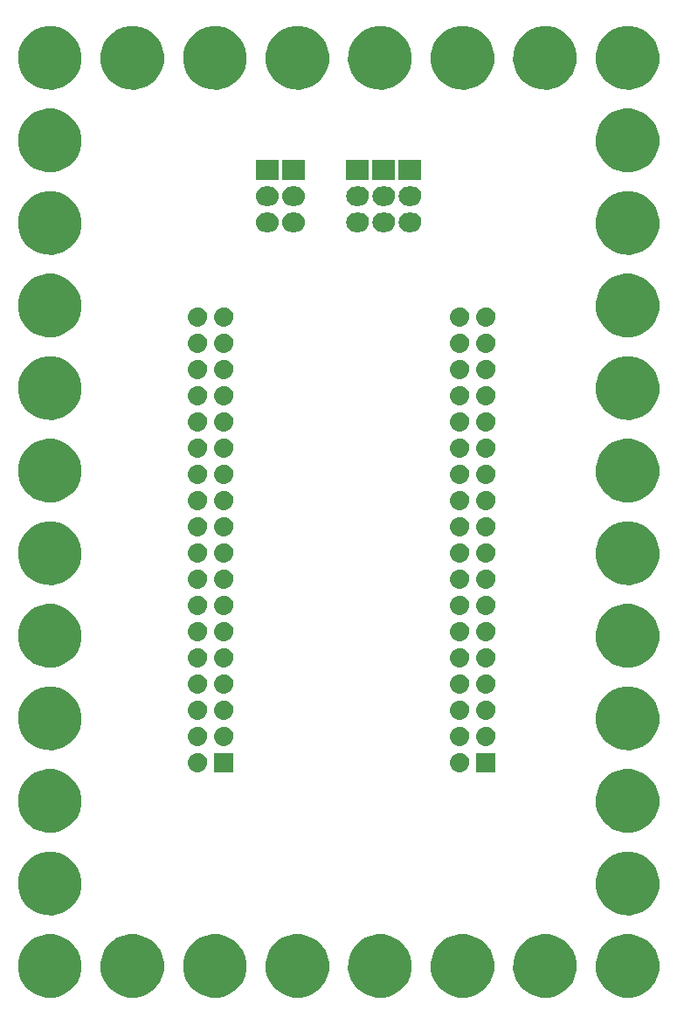
<source format=gbs>
%TF.GenerationSoftware,KiCad,Pcbnew,4.0.7-e2-6376~58~ubuntu16.04.1*%
%TF.CreationDate,2018-08-06T09:41:40-07:00*%
%TF.ProjectId,8x12-PocketBeagle-Breakout,387831322D506F636B6574426561676C,1.0*%
%TF.FileFunction,Soldermask,Bot*%
%FSLAX46Y46*%
G04 Gerber Fmt 4.6, Leading zero omitted, Abs format (unit mm)*
G04 Created by KiCad (PCBNEW 4.0.7-e2-6376~58~ubuntu16.04.1) date Mon Aug  6 09:41:40 2018*
%MOMM*%
%LPD*%
G01*
G04 APERTURE LIST*
%ADD10C,0.350000*%
G04 APERTURE END LIST*
D10*
G36*
X55696110Y-118834847D02*
X56287055Y-118956151D01*
X56843198Y-119189932D01*
X57343334Y-119527278D01*
X57768421Y-119955343D01*
X58102266Y-120457821D01*
X58332156Y-121015576D01*
X58449264Y-121607014D01*
X58449264Y-121607024D01*
X58449331Y-121607363D01*
X58439710Y-122296416D01*
X58439633Y-122296754D01*
X58439633Y-122296762D01*
X58306057Y-122884701D01*
X58060685Y-123435816D01*
X57712937Y-123928778D01*
X57276062Y-124344809D01*
X56766700Y-124668061D01*
X56204254Y-124886219D01*
X55610147Y-124990976D01*
X55007003Y-124978342D01*
X54417800Y-124848797D01*
X53864982Y-124607277D01*
X53369607Y-124262982D01*
X52950537Y-123829023D01*
X52623738Y-123321930D01*
X52401656Y-122761014D01*
X52292755Y-122167658D01*
X52301177Y-121564441D01*
X52426606Y-120974347D01*
X52664259Y-120419858D01*
X53005091Y-119922088D01*
X53436112Y-119500000D01*
X53940913Y-119169668D01*
X54500259Y-118943677D01*
X55092845Y-118830636D01*
X55696110Y-118834847D01*
X55696110Y-118834847D01*
G37*
G36*
X47696110Y-118834847D02*
X48287055Y-118956151D01*
X48843198Y-119189932D01*
X49343334Y-119527278D01*
X49768421Y-119955343D01*
X50102266Y-120457821D01*
X50332156Y-121015576D01*
X50449264Y-121607014D01*
X50449264Y-121607024D01*
X50449331Y-121607363D01*
X50439710Y-122296416D01*
X50439633Y-122296754D01*
X50439633Y-122296762D01*
X50306057Y-122884701D01*
X50060685Y-123435816D01*
X49712937Y-123928778D01*
X49276062Y-124344809D01*
X48766700Y-124668061D01*
X48204254Y-124886219D01*
X47610147Y-124990976D01*
X47007003Y-124978342D01*
X46417800Y-124848797D01*
X45864982Y-124607277D01*
X45369607Y-124262982D01*
X44950537Y-123829023D01*
X44623738Y-123321930D01*
X44401656Y-122761014D01*
X44292755Y-122167658D01*
X44301177Y-121564441D01*
X44426606Y-120974347D01*
X44664259Y-120419858D01*
X45005091Y-119922088D01*
X45436112Y-119500000D01*
X45940913Y-119169668D01*
X46500259Y-118943677D01*
X47092845Y-118830636D01*
X47696110Y-118834847D01*
X47696110Y-118834847D01*
G37*
G36*
X39696110Y-118834847D02*
X40287055Y-118956151D01*
X40843198Y-119189932D01*
X41343334Y-119527278D01*
X41768421Y-119955343D01*
X42102266Y-120457821D01*
X42332156Y-121015576D01*
X42449264Y-121607014D01*
X42449264Y-121607024D01*
X42449331Y-121607363D01*
X42439710Y-122296416D01*
X42439633Y-122296754D01*
X42439633Y-122296762D01*
X42306057Y-122884701D01*
X42060685Y-123435816D01*
X41712937Y-123928778D01*
X41276062Y-124344809D01*
X40766700Y-124668061D01*
X40204254Y-124886219D01*
X39610147Y-124990976D01*
X39007003Y-124978342D01*
X38417800Y-124848797D01*
X37864982Y-124607277D01*
X37369607Y-124262982D01*
X36950537Y-123829023D01*
X36623738Y-123321930D01*
X36401656Y-122761014D01*
X36292755Y-122167658D01*
X36301177Y-121564441D01*
X36426606Y-120974347D01*
X36664259Y-120419858D01*
X37005091Y-119922088D01*
X37436112Y-119500000D01*
X37940913Y-119169668D01*
X38500259Y-118943677D01*
X39092845Y-118830636D01*
X39696110Y-118834847D01*
X39696110Y-118834847D01*
G37*
G36*
X95695110Y-118834847D02*
X96286055Y-118956151D01*
X96842198Y-119189932D01*
X97342334Y-119527278D01*
X97767421Y-119955343D01*
X98101266Y-120457821D01*
X98331156Y-121015576D01*
X98448264Y-121607014D01*
X98448264Y-121607024D01*
X98448331Y-121607363D01*
X98438710Y-122296416D01*
X98438633Y-122296754D01*
X98438633Y-122296762D01*
X98305057Y-122884701D01*
X98059685Y-123435816D01*
X97711937Y-123928778D01*
X97275062Y-124344809D01*
X96765700Y-124668061D01*
X96203254Y-124886219D01*
X95609147Y-124990976D01*
X95006003Y-124978342D01*
X94416800Y-124848797D01*
X93863982Y-124607277D01*
X93368607Y-124262982D01*
X92949537Y-123829023D01*
X92622738Y-123321930D01*
X92400656Y-122761014D01*
X92291755Y-122167658D01*
X92300177Y-121564441D01*
X92425606Y-120974347D01*
X92663259Y-120419858D01*
X93004091Y-119922088D01*
X93435112Y-119500000D01*
X93939913Y-119169668D01*
X94499259Y-118943677D01*
X95091845Y-118830636D01*
X95695110Y-118834847D01*
X95695110Y-118834847D01*
G37*
G36*
X87696110Y-118834847D02*
X88287055Y-118956151D01*
X88843198Y-119189932D01*
X89343334Y-119527278D01*
X89768421Y-119955343D01*
X90102266Y-120457821D01*
X90332156Y-121015576D01*
X90449264Y-121607014D01*
X90449264Y-121607024D01*
X90449331Y-121607363D01*
X90439710Y-122296416D01*
X90439633Y-122296754D01*
X90439633Y-122296762D01*
X90306057Y-122884701D01*
X90060685Y-123435816D01*
X89712937Y-123928778D01*
X89276062Y-124344809D01*
X88766700Y-124668061D01*
X88204254Y-124886219D01*
X87610147Y-124990976D01*
X87007003Y-124978342D01*
X86417800Y-124848797D01*
X85864982Y-124607277D01*
X85369607Y-124262982D01*
X84950537Y-123829023D01*
X84623738Y-123321930D01*
X84401656Y-122761014D01*
X84292755Y-122167658D01*
X84301177Y-121564441D01*
X84426606Y-120974347D01*
X84664259Y-120419858D01*
X85005091Y-119922088D01*
X85436112Y-119500000D01*
X85940913Y-119169668D01*
X86500259Y-118943677D01*
X87092845Y-118830636D01*
X87696110Y-118834847D01*
X87696110Y-118834847D01*
G37*
G36*
X79696110Y-118834847D02*
X80287055Y-118956151D01*
X80843198Y-119189932D01*
X81343334Y-119527278D01*
X81768421Y-119955343D01*
X82102266Y-120457821D01*
X82332156Y-121015576D01*
X82449264Y-121607014D01*
X82449264Y-121607024D01*
X82449331Y-121607363D01*
X82439710Y-122296416D01*
X82439633Y-122296754D01*
X82439633Y-122296762D01*
X82306057Y-122884701D01*
X82060685Y-123435816D01*
X81712937Y-123928778D01*
X81276062Y-124344809D01*
X80766700Y-124668061D01*
X80204254Y-124886219D01*
X79610147Y-124990976D01*
X79007003Y-124978342D01*
X78417800Y-124848797D01*
X77864982Y-124607277D01*
X77369607Y-124262982D01*
X76950537Y-123829023D01*
X76623738Y-123321930D01*
X76401656Y-122761014D01*
X76292755Y-122167658D01*
X76301177Y-121564441D01*
X76426606Y-120974347D01*
X76664259Y-120419858D01*
X77005091Y-119922088D01*
X77436112Y-119500000D01*
X77940913Y-119169668D01*
X78500259Y-118943677D01*
X79092845Y-118830636D01*
X79696110Y-118834847D01*
X79696110Y-118834847D01*
G37*
G36*
X71696110Y-118834847D02*
X72287055Y-118956151D01*
X72843198Y-119189932D01*
X73343334Y-119527278D01*
X73768421Y-119955343D01*
X74102266Y-120457821D01*
X74332156Y-121015576D01*
X74449264Y-121607014D01*
X74449264Y-121607024D01*
X74449331Y-121607363D01*
X74439710Y-122296416D01*
X74439633Y-122296754D01*
X74439633Y-122296762D01*
X74306057Y-122884701D01*
X74060685Y-123435816D01*
X73712937Y-123928778D01*
X73276062Y-124344809D01*
X72766700Y-124668061D01*
X72204254Y-124886219D01*
X71610147Y-124990976D01*
X71007003Y-124978342D01*
X70417800Y-124848797D01*
X69864982Y-124607277D01*
X69369607Y-124262982D01*
X68950537Y-123829023D01*
X68623738Y-123321930D01*
X68401656Y-122761014D01*
X68292755Y-122167658D01*
X68301177Y-121564441D01*
X68426606Y-120974347D01*
X68664259Y-120419858D01*
X69005091Y-119922088D01*
X69436112Y-119500000D01*
X69940913Y-119169668D01*
X70500259Y-118943677D01*
X71092845Y-118830636D01*
X71696110Y-118834847D01*
X71696110Y-118834847D01*
G37*
G36*
X63696110Y-118834847D02*
X64287055Y-118956151D01*
X64843198Y-119189932D01*
X65343334Y-119527278D01*
X65768421Y-119955343D01*
X66102266Y-120457821D01*
X66332156Y-121015576D01*
X66449264Y-121607014D01*
X66449264Y-121607024D01*
X66449331Y-121607363D01*
X66439710Y-122296416D01*
X66439633Y-122296754D01*
X66439633Y-122296762D01*
X66306057Y-122884701D01*
X66060685Y-123435816D01*
X65712937Y-123928778D01*
X65276062Y-124344809D01*
X64766700Y-124668061D01*
X64204254Y-124886219D01*
X63610147Y-124990976D01*
X63007003Y-124978342D01*
X62417800Y-124848797D01*
X61864982Y-124607277D01*
X61369607Y-124262982D01*
X60950537Y-123829023D01*
X60623738Y-123321930D01*
X60401656Y-122761014D01*
X60292755Y-122167658D01*
X60301177Y-121564441D01*
X60426606Y-120974347D01*
X60664259Y-120419858D01*
X61005091Y-119922088D01*
X61436112Y-119500000D01*
X61940913Y-119169668D01*
X62500259Y-118943677D01*
X63092845Y-118830636D01*
X63696110Y-118834847D01*
X63696110Y-118834847D01*
G37*
G36*
X95696110Y-110834847D02*
X96287055Y-110956151D01*
X96843198Y-111189932D01*
X97343334Y-111527278D01*
X97768421Y-111955343D01*
X98102266Y-112457821D01*
X98332156Y-113015576D01*
X98449264Y-113607014D01*
X98449264Y-113607024D01*
X98449331Y-113607363D01*
X98439710Y-114296416D01*
X98439633Y-114296754D01*
X98439633Y-114296762D01*
X98306057Y-114884701D01*
X98060685Y-115435816D01*
X97712937Y-115928778D01*
X97276062Y-116344809D01*
X96766700Y-116668061D01*
X96204254Y-116886219D01*
X95610147Y-116990976D01*
X95007003Y-116978342D01*
X94417800Y-116848797D01*
X93864982Y-116607277D01*
X93369607Y-116262982D01*
X92950537Y-115829023D01*
X92623738Y-115321930D01*
X92401656Y-114761014D01*
X92292755Y-114167658D01*
X92301177Y-113564441D01*
X92426606Y-112974347D01*
X92664259Y-112419858D01*
X93005091Y-111922088D01*
X93436112Y-111500000D01*
X93940913Y-111169668D01*
X94500259Y-110943677D01*
X95092845Y-110830636D01*
X95696110Y-110834847D01*
X95696110Y-110834847D01*
G37*
G36*
X39696110Y-110834847D02*
X40287055Y-110956151D01*
X40843198Y-111189932D01*
X41343334Y-111527278D01*
X41768421Y-111955343D01*
X42102266Y-112457821D01*
X42332156Y-113015576D01*
X42449264Y-113607014D01*
X42449264Y-113607024D01*
X42449331Y-113607363D01*
X42439710Y-114296416D01*
X42439633Y-114296754D01*
X42439633Y-114296762D01*
X42306057Y-114884701D01*
X42060685Y-115435816D01*
X41712937Y-115928778D01*
X41276062Y-116344809D01*
X40766700Y-116668061D01*
X40204254Y-116886219D01*
X39610147Y-116990976D01*
X39007003Y-116978342D01*
X38417800Y-116848797D01*
X37864982Y-116607277D01*
X37369607Y-116262982D01*
X36950537Y-115829023D01*
X36623738Y-115321930D01*
X36401656Y-114761014D01*
X36292755Y-114167658D01*
X36301177Y-113564441D01*
X36426606Y-112974347D01*
X36664259Y-112419858D01*
X37005091Y-111922088D01*
X37436112Y-111500000D01*
X37940913Y-111169668D01*
X38500259Y-110943677D01*
X39092845Y-110830636D01*
X39696110Y-110834847D01*
X39696110Y-110834847D01*
G37*
G36*
X95696110Y-102834847D02*
X96287055Y-102956151D01*
X96843198Y-103189932D01*
X97343334Y-103527278D01*
X97768421Y-103955343D01*
X98102266Y-104457821D01*
X98332156Y-105015576D01*
X98449264Y-105607014D01*
X98449264Y-105607024D01*
X98449331Y-105607363D01*
X98439710Y-106296416D01*
X98439633Y-106296754D01*
X98439633Y-106296762D01*
X98306057Y-106884701D01*
X98060685Y-107435816D01*
X97712937Y-107928778D01*
X97276062Y-108344809D01*
X96766700Y-108668061D01*
X96204254Y-108886219D01*
X95610147Y-108990976D01*
X95007003Y-108978342D01*
X94417800Y-108848797D01*
X93864982Y-108607277D01*
X93369607Y-108262982D01*
X92950537Y-107829023D01*
X92623738Y-107321930D01*
X92401656Y-106761014D01*
X92292755Y-106167658D01*
X92301177Y-105564441D01*
X92426606Y-104974347D01*
X92664259Y-104419858D01*
X93005091Y-103922088D01*
X93436112Y-103500000D01*
X93940913Y-103169668D01*
X94500259Y-102943677D01*
X95092845Y-102830636D01*
X95696110Y-102834847D01*
X95696110Y-102834847D01*
G37*
G36*
X39696110Y-102834847D02*
X40287055Y-102956151D01*
X40843198Y-103189932D01*
X41343334Y-103527278D01*
X41768421Y-103955343D01*
X42102266Y-104457821D01*
X42332156Y-105015576D01*
X42449264Y-105607014D01*
X42449264Y-105607024D01*
X42449331Y-105607363D01*
X42439710Y-106296416D01*
X42439633Y-106296754D01*
X42439633Y-106296762D01*
X42306057Y-106884701D01*
X42060685Y-107435816D01*
X41712937Y-107928778D01*
X41276062Y-108344809D01*
X40766700Y-108668061D01*
X40204254Y-108886219D01*
X39610147Y-108990976D01*
X39007003Y-108978342D01*
X38417800Y-108848797D01*
X37864982Y-108607277D01*
X37369607Y-108262982D01*
X36950537Y-107829023D01*
X36623738Y-107321930D01*
X36401656Y-106761014D01*
X36292755Y-106167658D01*
X36301177Y-105564441D01*
X36426606Y-104974347D01*
X36664259Y-104419858D01*
X37005091Y-103922088D01*
X37436112Y-103500000D01*
X37940913Y-103169668D01*
X38500259Y-102943677D01*
X39092845Y-102830636D01*
X39696110Y-102834847D01*
X39696110Y-102834847D01*
G37*
G36*
X53720096Y-101272669D02*
X53720101Y-101272670D01*
X53722153Y-101272684D01*
X53904426Y-101293129D01*
X54079258Y-101348589D01*
X54239987Y-101436950D01*
X54380492Y-101554848D01*
X54495422Y-101697792D01*
X54580398Y-101860337D01*
X54632185Y-102036291D01*
X54632188Y-102036327D01*
X54632191Y-102036336D01*
X54648810Y-102218950D01*
X54629642Y-102401318D01*
X54629640Y-102401323D01*
X54629636Y-102401365D01*
X54575398Y-102576579D01*
X54488161Y-102737921D01*
X54371246Y-102879247D01*
X54229108Y-102995171D01*
X54067161Y-103081280D01*
X53891572Y-103134294D01*
X53709031Y-103152192D01*
X53699904Y-103152192D01*
X53688872Y-103152115D01*
X53688867Y-103152114D01*
X53686815Y-103152100D01*
X53504542Y-103131655D01*
X53329710Y-103076195D01*
X53168981Y-102987834D01*
X53028476Y-102869936D01*
X52913546Y-102726992D01*
X52828570Y-102564447D01*
X52776783Y-102388493D01*
X52776780Y-102388457D01*
X52776777Y-102388448D01*
X52760158Y-102205834D01*
X52779326Y-102023466D01*
X52779328Y-102023461D01*
X52779332Y-102023419D01*
X52833570Y-101848205D01*
X52920807Y-101686863D01*
X53037722Y-101545537D01*
X53179860Y-101429613D01*
X53341807Y-101343504D01*
X53517396Y-101290490D01*
X53699937Y-101272592D01*
X53709064Y-101272592D01*
X53720096Y-101272669D01*
X53720096Y-101272669D01*
G37*
G36*
X82584284Y-103152192D02*
X80704684Y-103152192D01*
X80704684Y-101272592D01*
X82584284Y-101272592D01*
X82584284Y-103152192D01*
X82584284Y-103152192D01*
G37*
G36*
X79120096Y-101272669D02*
X79120101Y-101272670D01*
X79122153Y-101272684D01*
X79304426Y-101293129D01*
X79479258Y-101348589D01*
X79639987Y-101436950D01*
X79780492Y-101554848D01*
X79895422Y-101697792D01*
X79980398Y-101860337D01*
X80032185Y-102036291D01*
X80032188Y-102036327D01*
X80032191Y-102036336D01*
X80048810Y-102218950D01*
X80029642Y-102401318D01*
X80029640Y-102401323D01*
X80029636Y-102401365D01*
X79975398Y-102576579D01*
X79888161Y-102737921D01*
X79771246Y-102879247D01*
X79629108Y-102995171D01*
X79467161Y-103081280D01*
X79291572Y-103134294D01*
X79109031Y-103152192D01*
X79099904Y-103152192D01*
X79088872Y-103152115D01*
X79088867Y-103152114D01*
X79086815Y-103152100D01*
X78904542Y-103131655D01*
X78729710Y-103076195D01*
X78568981Y-102987834D01*
X78428476Y-102869936D01*
X78313546Y-102726992D01*
X78228570Y-102564447D01*
X78176783Y-102388493D01*
X78176780Y-102388457D01*
X78176777Y-102388448D01*
X78160158Y-102205834D01*
X78179326Y-102023466D01*
X78179328Y-102023461D01*
X78179332Y-102023419D01*
X78233570Y-101848205D01*
X78320807Y-101686863D01*
X78437722Y-101545537D01*
X78579860Y-101429613D01*
X78741807Y-101343504D01*
X78917396Y-101290490D01*
X79099937Y-101272592D01*
X79109064Y-101272592D01*
X79120096Y-101272669D01*
X79120096Y-101272669D01*
G37*
G36*
X57184284Y-103152192D02*
X55304684Y-103152192D01*
X55304684Y-101272592D01*
X57184284Y-101272592D01*
X57184284Y-103152192D01*
X57184284Y-103152192D01*
G37*
G36*
X95696110Y-94834847D02*
X96287055Y-94956151D01*
X96843198Y-95189932D01*
X97343334Y-95527278D01*
X97768421Y-95955343D01*
X98102266Y-96457821D01*
X98332156Y-97015576D01*
X98449264Y-97607014D01*
X98449264Y-97607024D01*
X98449331Y-97607363D01*
X98439710Y-98296416D01*
X98439633Y-98296754D01*
X98439633Y-98296762D01*
X98306057Y-98884701D01*
X98060685Y-99435816D01*
X97712937Y-99928778D01*
X97276062Y-100344809D01*
X96766700Y-100668061D01*
X96204254Y-100886219D01*
X95610147Y-100990976D01*
X95007003Y-100978342D01*
X94417800Y-100848797D01*
X93864982Y-100607277D01*
X93369607Y-100262982D01*
X92950537Y-99829023D01*
X92623738Y-99321930D01*
X92401656Y-98761014D01*
X92292755Y-98167658D01*
X92301177Y-97564441D01*
X92426606Y-96974347D01*
X92664259Y-96419858D01*
X93005091Y-95922088D01*
X93436112Y-95500000D01*
X93940913Y-95169668D01*
X94500259Y-94943677D01*
X95092845Y-94830636D01*
X95696110Y-94834847D01*
X95696110Y-94834847D01*
G37*
G36*
X39696110Y-94834847D02*
X40287055Y-94956151D01*
X40843198Y-95189932D01*
X41343334Y-95527278D01*
X41768421Y-95955343D01*
X42102266Y-96457821D01*
X42332156Y-97015576D01*
X42449264Y-97607014D01*
X42449264Y-97607024D01*
X42449331Y-97607363D01*
X42439710Y-98296416D01*
X42439633Y-98296754D01*
X42439633Y-98296762D01*
X42306057Y-98884701D01*
X42060685Y-99435816D01*
X41712937Y-99928778D01*
X41276062Y-100344809D01*
X40766700Y-100668061D01*
X40204254Y-100886219D01*
X39610147Y-100990976D01*
X39007003Y-100978342D01*
X38417800Y-100848797D01*
X37864982Y-100607277D01*
X37369607Y-100262982D01*
X36950537Y-99829023D01*
X36623738Y-99321930D01*
X36401656Y-98761014D01*
X36292755Y-98167658D01*
X36301177Y-97564441D01*
X36426606Y-96974347D01*
X36664259Y-96419858D01*
X37005091Y-95922088D01*
X37436112Y-95500000D01*
X37940913Y-95169668D01*
X38500259Y-94943677D01*
X39092845Y-94830636D01*
X39696110Y-94834847D01*
X39696110Y-94834847D01*
G37*
G36*
X81660096Y-98732669D02*
X81660101Y-98732670D01*
X81662153Y-98732684D01*
X81844426Y-98753129D01*
X82019258Y-98808589D01*
X82179987Y-98896950D01*
X82320492Y-99014848D01*
X82435422Y-99157792D01*
X82520398Y-99320337D01*
X82572185Y-99496291D01*
X82572188Y-99496327D01*
X82572191Y-99496336D01*
X82588810Y-99678950D01*
X82569642Y-99861318D01*
X82569640Y-99861323D01*
X82569636Y-99861365D01*
X82515398Y-100036579D01*
X82428161Y-100197921D01*
X82311246Y-100339247D01*
X82169108Y-100455171D01*
X82007161Y-100541280D01*
X81831572Y-100594294D01*
X81649031Y-100612192D01*
X81639904Y-100612192D01*
X81628872Y-100612115D01*
X81628867Y-100612114D01*
X81626815Y-100612100D01*
X81444542Y-100591655D01*
X81269710Y-100536195D01*
X81108981Y-100447834D01*
X80968476Y-100329936D01*
X80853546Y-100186992D01*
X80768570Y-100024447D01*
X80716783Y-99848493D01*
X80716780Y-99848457D01*
X80716777Y-99848448D01*
X80700158Y-99665834D01*
X80719326Y-99483466D01*
X80719328Y-99483461D01*
X80719332Y-99483419D01*
X80773570Y-99308205D01*
X80860807Y-99146863D01*
X80977722Y-99005537D01*
X81119860Y-98889613D01*
X81281807Y-98803504D01*
X81457396Y-98750490D01*
X81639937Y-98732592D01*
X81649064Y-98732592D01*
X81660096Y-98732669D01*
X81660096Y-98732669D01*
G37*
G36*
X79120096Y-98732669D02*
X79120101Y-98732670D01*
X79122153Y-98732684D01*
X79304426Y-98753129D01*
X79479258Y-98808589D01*
X79639987Y-98896950D01*
X79780492Y-99014848D01*
X79895422Y-99157792D01*
X79980398Y-99320337D01*
X80032185Y-99496291D01*
X80032188Y-99496327D01*
X80032191Y-99496336D01*
X80048810Y-99678950D01*
X80029642Y-99861318D01*
X80029640Y-99861323D01*
X80029636Y-99861365D01*
X79975398Y-100036579D01*
X79888161Y-100197921D01*
X79771246Y-100339247D01*
X79629108Y-100455171D01*
X79467161Y-100541280D01*
X79291572Y-100594294D01*
X79109031Y-100612192D01*
X79099904Y-100612192D01*
X79088872Y-100612115D01*
X79088867Y-100612114D01*
X79086815Y-100612100D01*
X78904542Y-100591655D01*
X78729710Y-100536195D01*
X78568981Y-100447834D01*
X78428476Y-100329936D01*
X78313546Y-100186992D01*
X78228570Y-100024447D01*
X78176783Y-99848493D01*
X78176780Y-99848457D01*
X78176777Y-99848448D01*
X78160158Y-99665834D01*
X78179326Y-99483466D01*
X78179328Y-99483461D01*
X78179332Y-99483419D01*
X78233570Y-99308205D01*
X78320807Y-99146863D01*
X78437722Y-99005537D01*
X78579860Y-98889613D01*
X78741807Y-98803504D01*
X78917396Y-98750490D01*
X79099937Y-98732592D01*
X79109064Y-98732592D01*
X79120096Y-98732669D01*
X79120096Y-98732669D01*
G37*
G36*
X56260096Y-98732669D02*
X56260101Y-98732670D01*
X56262153Y-98732684D01*
X56444426Y-98753129D01*
X56619258Y-98808589D01*
X56779987Y-98896950D01*
X56920492Y-99014848D01*
X57035422Y-99157792D01*
X57120398Y-99320337D01*
X57172185Y-99496291D01*
X57172188Y-99496327D01*
X57172191Y-99496336D01*
X57188810Y-99678950D01*
X57169642Y-99861318D01*
X57169640Y-99861323D01*
X57169636Y-99861365D01*
X57115398Y-100036579D01*
X57028161Y-100197921D01*
X56911246Y-100339247D01*
X56769108Y-100455171D01*
X56607161Y-100541280D01*
X56431572Y-100594294D01*
X56249031Y-100612192D01*
X56239904Y-100612192D01*
X56228872Y-100612115D01*
X56228867Y-100612114D01*
X56226815Y-100612100D01*
X56044542Y-100591655D01*
X55869710Y-100536195D01*
X55708981Y-100447834D01*
X55568476Y-100329936D01*
X55453546Y-100186992D01*
X55368570Y-100024447D01*
X55316783Y-99848493D01*
X55316780Y-99848457D01*
X55316777Y-99848448D01*
X55300158Y-99665834D01*
X55319326Y-99483466D01*
X55319328Y-99483461D01*
X55319332Y-99483419D01*
X55373570Y-99308205D01*
X55460807Y-99146863D01*
X55577722Y-99005537D01*
X55719860Y-98889613D01*
X55881807Y-98803504D01*
X56057396Y-98750490D01*
X56239937Y-98732592D01*
X56249064Y-98732592D01*
X56260096Y-98732669D01*
X56260096Y-98732669D01*
G37*
G36*
X53720096Y-98732669D02*
X53720101Y-98732670D01*
X53722153Y-98732684D01*
X53904426Y-98753129D01*
X54079258Y-98808589D01*
X54239987Y-98896950D01*
X54380492Y-99014848D01*
X54495422Y-99157792D01*
X54580398Y-99320337D01*
X54632185Y-99496291D01*
X54632188Y-99496327D01*
X54632191Y-99496336D01*
X54648810Y-99678950D01*
X54629642Y-99861318D01*
X54629640Y-99861323D01*
X54629636Y-99861365D01*
X54575398Y-100036579D01*
X54488161Y-100197921D01*
X54371246Y-100339247D01*
X54229108Y-100455171D01*
X54067161Y-100541280D01*
X53891572Y-100594294D01*
X53709031Y-100612192D01*
X53699904Y-100612192D01*
X53688872Y-100612115D01*
X53688867Y-100612114D01*
X53686815Y-100612100D01*
X53504542Y-100591655D01*
X53329710Y-100536195D01*
X53168981Y-100447834D01*
X53028476Y-100329936D01*
X52913546Y-100186992D01*
X52828570Y-100024447D01*
X52776783Y-99848493D01*
X52776780Y-99848457D01*
X52776777Y-99848448D01*
X52760158Y-99665834D01*
X52779326Y-99483466D01*
X52779328Y-99483461D01*
X52779332Y-99483419D01*
X52833570Y-99308205D01*
X52920807Y-99146863D01*
X53037722Y-99005537D01*
X53179860Y-98889613D01*
X53341807Y-98803504D01*
X53517396Y-98750490D01*
X53699937Y-98732592D01*
X53709064Y-98732592D01*
X53720096Y-98732669D01*
X53720096Y-98732669D01*
G37*
G36*
X79120096Y-96192669D02*
X79120101Y-96192670D01*
X79122153Y-96192684D01*
X79304426Y-96213129D01*
X79479258Y-96268589D01*
X79639987Y-96356950D01*
X79780492Y-96474848D01*
X79895422Y-96617792D01*
X79980398Y-96780337D01*
X80032185Y-96956291D01*
X80032188Y-96956327D01*
X80032191Y-96956336D01*
X80048810Y-97138950D01*
X80029642Y-97321318D01*
X80029640Y-97321323D01*
X80029636Y-97321365D01*
X79975398Y-97496579D01*
X79888161Y-97657921D01*
X79771246Y-97799247D01*
X79629108Y-97915171D01*
X79467161Y-98001280D01*
X79291572Y-98054294D01*
X79109031Y-98072192D01*
X79099904Y-98072192D01*
X79088872Y-98072115D01*
X79088867Y-98072114D01*
X79086815Y-98072100D01*
X78904542Y-98051655D01*
X78729710Y-97996195D01*
X78568981Y-97907834D01*
X78428476Y-97789936D01*
X78313546Y-97646992D01*
X78228570Y-97484447D01*
X78176783Y-97308493D01*
X78176780Y-97308457D01*
X78176777Y-97308448D01*
X78160158Y-97125834D01*
X78179326Y-96943466D01*
X78179328Y-96943461D01*
X78179332Y-96943419D01*
X78233570Y-96768205D01*
X78320807Y-96606863D01*
X78437722Y-96465537D01*
X78579860Y-96349613D01*
X78741807Y-96263504D01*
X78917396Y-96210490D01*
X79099937Y-96192592D01*
X79109064Y-96192592D01*
X79120096Y-96192669D01*
X79120096Y-96192669D01*
G37*
G36*
X53720096Y-96192669D02*
X53720101Y-96192670D01*
X53722153Y-96192684D01*
X53904426Y-96213129D01*
X54079258Y-96268589D01*
X54239987Y-96356950D01*
X54380492Y-96474848D01*
X54495422Y-96617792D01*
X54580398Y-96780337D01*
X54632185Y-96956291D01*
X54632188Y-96956327D01*
X54632191Y-96956336D01*
X54648810Y-97138950D01*
X54629642Y-97321318D01*
X54629640Y-97321323D01*
X54629636Y-97321365D01*
X54575398Y-97496579D01*
X54488161Y-97657921D01*
X54371246Y-97799247D01*
X54229108Y-97915171D01*
X54067161Y-98001280D01*
X53891572Y-98054294D01*
X53709031Y-98072192D01*
X53699904Y-98072192D01*
X53688872Y-98072115D01*
X53688867Y-98072114D01*
X53686815Y-98072100D01*
X53504542Y-98051655D01*
X53329710Y-97996195D01*
X53168981Y-97907834D01*
X53028476Y-97789936D01*
X52913546Y-97646992D01*
X52828570Y-97484447D01*
X52776783Y-97308493D01*
X52776780Y-97308457D01*
X52776777Y-97308448D01*
X52760158Y-97125834D01*
X52779326Y-96943466D01*
X52779328Y-96943461D01*
X52779332Y-96943419D01*
X52833570Y-96768205D01*
X52920807Y-96606863D01*
X53037722Y-96465537D01*
X53179860Y-96349613D01*
X53341807Y-96263504D01*
X53517396Y-96210490D01*
X53699937Y-96192592D01*
X53709064Y-96192592D01*
X53720096Y-96192669D01*
X53720096Y-96192669D01*
G37*
G36*
X56260096Y-96192669D02*
X56260101Y-96192670D01*
X56262153Y-96192684D01*
X56444426Y-96213129D01*
X56619258Y-96268589D01*
X56779987Y-96356950D01*
X56920492Y-96474848D01*
X57035422Y-96617792D01*
X57120398Y-96780337D01*
X57172185Y-96956291D01*
X57172188Y-96956327D01*
X57172191Y-96956336D01*
X57188810Y-97138950D01*
X57169642Y-97321318D01*
X57169640Y-97321323D01*
X57169636Y-97321365D01*
X57115398Y-97496579D01*
X57028161Y-97657921D01*
X56911246Y-97799247D01*
X56769108Y-97915171D01*
X56607161Y-98001280D01*
X56431572Y-98054294D01*
X56249031Y-98072192D01*
X56239904Y-98072192D01*
X56228872Y-98072115D01*
X56228867Y-98072114D01*
X56226815Y-98072100D01*
X56044542Y-98051655D01*
X55869710Y-97996195D01*
X55708981Y-97907834D01*
X55568476Y-97789936D01*
X55453546Y-97646992D01*
X55368570Y-97484447D01*
X55316783Y-97308493D01*
X55316780Y-97308457D01*
X55316777Y-97308448D01*
X55300158Y-97125834D01*
X55319326Y-96943466D01*
X55319328Y-96943461D01*
X55319332Y-96943419D01*
X55373570Y-96768205D01*
X55460807Y-96606863D01*
X55577722Y-96465537D01*
X55719860Y-96349613D01*
X55881807Y-96263504D01*
X56057396Y-96210490D01*
X56239937Y-96192592D01*
X56249064Y-96192592D01*
X56260096Y-96192669D01*
X56260096Y-96192669D01*
G37*
G36*
X81660096Y-96192669D02*
X81660101Y-96192670D01*
X81662153Y-96192684D01*
X81844426Y-96213129D01*
X82019258Y-96268589D01*
X82179987Y-96356950D01*
X82320492Y-96474848D01*
X82435422Y-96617792D01*
X82520398Y-96780337D01*
X82572185Y-96956291D01*
X82572188Y-96956327D01*
X82572191Y-96956336D01*
X82588810Y-97138950D01*
X82569642Y-97321318D01*
X82569640Y-97321323D01*
X82569636Y-97321365D01*
X82515398Y-97496579D01*
X82428161Y-97657921D01*
X82311246Y-97799247D01*
X82169108Y-97915171D01*
X82007161Y-98001280D01*
X81831572Y-98054294D01*
X81649031Y-98072192D01*
X81639904Y-98072192D01*
X81628872Y-98072115D01*
X81628867Y-98072114D01*
X81626815Y-98072100D01*
X81444542Y-98051655D01*
X81269710Y-97996195D01*
X81108981Y-97907834D01*
X80968476Y-97789936D01*
X80853546Y-97646992D01*
X80768570Y-97484447D01*
X80716783Y-97308493D01*
X80716780Y-97308457D01*
X80716777Y-97308448D01*
X80700158Y-97125834D01*
X80719326Y-96943466D01*
X80719328Y-96943461D01*
X80719332Y-96943419D01*
X80773570Y-96768205D01*
X80860807Y-96606863D01*
X80977722Y-96465537D01*
X81119860Y-96349613D01*
X81281807Y-96263504D01*
X81457396Y-96210490D01*
X81639937Y-96192592D01*
X81649064Y-96192592D01*
X81660096Y-96192669D01*
X81660096Y-96192669D01*
G37*
G36*
X79120096Y-93652669D02*
X79120101Y-93652670D01*
X79122153Y-93652684D01*
X79304426Y-93673129D01*
X79479258Y-93728589D01*
X79639987Y-93816950D01*
X79780492Y-93934848D01*
X79895422Y-94077792D01*
X79980398Y-94240337D01*
X80032185Y-94416291D01*
X80032188Y-94416327D01*
X80032191Y-94416336D01*
X80048810Y-94598950D01*
X80029642Y-94781318D01*
X80029640Y-94781323D01*
X80029636Y-94781365D01*
X79975398Y-94956579D01*
X79888161Y-95117921D01*
X79771246Y-95259247D01*
X79629108Y-95375171D01*
X79467161Y-95461280D01*
X79291572Y-95514294D01*
X79109031Y-95532192D01*
X79099904Y-95532192D01*
X79088872Y-95532115D01*
X79088867Y-95532114D01*
X79086815Y-95532100D01*
X78904542Y-95511655D01*
X78729710Y-95456195D01*
X78568981Y-95367834D01*
X78428476Y-95249936D01*
X78313546Y-95106992D01*
X78228570Y-94944447D01*
X78176783Y-94768493D01*
X78176780Y-94768457D01*
X78176777Y-94768448D01*
X78160158Y-94585834D01*
X78179326Y-94403466D01*
X78179328Y-94403461D01*
X78179332Y-94403419D01*
X78233570Y-94228205D01*
X78320807Y-94066863D01*
X78437722Y-93925537D01*
X78579860Y-93809613D01*
X78741807Y-93723504D01*
X78917396Y-93670490D01*
X79099937Y-93652592D01*
X79109064Y-93652592D01*
X79120096Y-93652669D01*
X79120096Y-93652669D01*
G37*
G36*
X81660096Y-93652669D02*
X81660101Y-93652670D01*
X81662153Y-93652684D01*
X81844426Y-93673129D01*
X82019258Y-93728589D01*
X82179987Y-93816950D01*
X82320492Y-93934848D01*
X82435422Y-94077792D01*
X82520398Y-94240337D01*
X82572185Y-94416291D01*
X82572188Y-94416327D01*
X82572191Y-94416336D01*
X82588810Y-94598950D01*
X82569642Y-94781318D01*
X82569640Y-94781323D01*
X82569636Y-94781365D01*
X82515398Y-94956579D01*
X82428161Y-95117921D01*
X82311246Y-95259247D01*
X82169108Y-95375171D01*
X82007161Y-95461280D01*
X81831572Y-95514294D01*
X81649031Y-95532192D01*
X81639904Y-95532192D01*
X81628872Y-95532115D01*
X81628867Y-95532114D01*
X81626815Y-95532100D01*
X81444542Y-95511655D01*
X81269710Y-95456195D01*
X81108981Y-95367834D01*
X80968476Y-95249936D01*
X80853546Y-95106992D01*
X80768570Y-94944447D01*
X80716783Y-94768493D01*
X80716780Y-94768457D01*
X80716777Y-94768448D01*
X80700158Y-94585834D01*
X80719326Y-94403466D01*
X80719328Y-94403461D01*
X80719332Y-94403419D01*
X80773570Y-94228205D01*
X80860807Y-94066863D01*
X80977722Y-93925537D01*
X81119860Y-93809613D01*
X81281807Y-93723504D01*
X81457396Y-93670490D01*
X81639937Y-93652592D01*
X81649064Y-93652592D01*
X81660096Y-93652669D01*
X81660096Y-93652669D01*
G37*
G36*
X56260096Y-93652669D02*
X56260101Y-93652670D01*
X56262153Y-93652684D01*
X56444426Y-93673129D01*
X56619258Y-93728589D01*
X56779987Y-93816950D01*
X56920492Y-93934848D01*
X57035422Y-94077792D01*
X57120398Y-94240337D01*
X57172185Y-94416291D01*
X57172188Y-94416327D01*
X57172191Y-94416336D01*
X57188810Y-94598950D01*
X57169642Y-94781318D01*
X57169640Y-94781323D01*
X57169636Y-94781365D01*
X57115398Y-94956579D01*
X57028161Y-95117921D01*
X56911246Y-95259247D01*
X56769108Y-95375171D01*
X56607161Y-95461280D01*
X56431572Y-95514294D01*
X56249031Y-95532192D01*
X56239904Y-95532192D01*
X56228872Y-95532115D01*
X56228867Y-95532114D01*
X56226815Y-95532100D01*
X56044542Y-95511655D01*
X55869710Y-95456195D01*
X55708981Y-95367834D01*
X55568476Y-95249936D01*
X55453546Y-95106992D01*
X55368570Y-94944447D01*
X55316783Y-94768493D01*
X55316780Y-94768457D01*
X55316777Y-94768448D01*
X55300158Y-94585834D01*
X55319326Y-94403466D01*
X55319328Y-94403461D01*
X55319332Y-94403419D01*
X55373570Y-94228205D01*
X55460807Y-94066863D01*
X55577722Y-93925537D01*
X55719860Y-93809613D01*
X55881807Y-93723504D01*
X56057396Y-93670490D01*
X56239937Y-93652592D01*
X56249064Y-93652592D01*
X56260096Y-93652669D01*
X56260096Y-93652669D01*
G37*
G36*
X53720096Y-93652669D02*
X53720101Y-93652670D01*
X53722153Y-93652684D01*
X53904426Y-93673129D01*
X54079258Y-93728589D01*
X54239987Y-93816950D01*
X54380492Y-93934848D01*
X54495422Y-94077792D01*
X54580398Y-94240337D01*
X54632185Y-94416291D01*
X54632188Y-94416327D01*
X54632191Y-94416336D01*
X54648810Y-94598950D01*
X54629642Y-94781318D01*
X54629640Y-94781323D01*
X54629636Y-94781365D01*
X54575398Y-94956579D01*
X54488161Y-95117921D01*
X54371246Y-95259247D01*
X54229108Y-95375171D01*
X54067161Y-95461280D01*
X53891572Y-95514294D01*
X53709031Y-95532192D01*
X53699904Y-95532192D01*
X53688872Y-95532115D01*
X53688867Y-95532114D01*
X53686815Y-95532100D01*
X53504542Y-95511655D01*
X53329710Y-95456195D01*
X53168981Y-95367834D01*
X53028476Y-95249936D01*
X52913546Y-95106992D01*
X52828570Y-94944447D01*
X52776783Y-94768493D01*
X52776780Y-94768457D01*
X52776777Y-94768448D01*
X52760158Y-94585834D01*
X52779326Y-94403466D01*
X52779328Y-94403461D01*
X52779332Y-94403419D01*
X52833570Y-94228205D01*
X52920807Y-94066863D01*
X53037722Y-93925537D01*
X53179860Y-93809613D01*
X53341807Y-93723504D01*
X53517396Y-93670490D01*
X53699937Y-93652592D01*
X53709064Y-93652592D01*
X53720096Y-93652669D01*
X53720096Y-93652669D01*
G37*
G36*
X79120096Y-91112669D02*
X79120101Y-91112670D01*
X79122153Y-91112684D01*
X79304426Y-91133129D01*
X79479258Y-91188589D01*
X79639987Y-91276950D01*
X79780492Y-91394848D01*
X79895422Y-91537792D01*
X79980398Y-91700337D01*
X80032185Y-91876291D01*
X80032188Y-91876327D01*
X80032191Y-91876336D01*
X80048810Y-92058950D01*
X80029642Y-92241318D01*
X80029640Y-92241323D01*
X80029636Y-92241365D01*
X79975398Y-92416579D01*
X79888161Y-92577921D01*
X79771246Y-92719247D01*
X79629108Y-92835171D01*
X79467161Y-92921280D01*
X79291572Y-92974294D01*
X79109031Y-92992192D01*
X79099904Y-92992192D01*
X79088872Y-92992115D01*
X79088867Y-92992114D01*
X79086815Y-92992100D01*
X78904542Y-92971655D01*
X78729710Y-92916195D01*
X78568981Y-92827834D01*
X78428476Y-92709936D01*
X78313546Y-92566992D01*
X78228570Y-92404447D01*
X78176783Y-92228493D01*
X78176780Y-92228457D01*
X78176777Y-92228448D01*
X78160158Y-92045834D01*
X78179326Y-91863466D01*
X78179328Y-91863461D01*
X78179332Y-91863419D01*
X78233570Y-91688205D01*
X78320807Y-91526863D01*
X78437722Y-91385537D01*
X78579860Y-91269613D01*
X78741807Y-91183504D01*
X78917396Y-91130490D01*
X79099937Y-91112592D01*
X79109064Y-91112592D01*
X79120096Y-91112669D01*
X79120096Y-91112669D01*
G37*
G36*
X81660096Y-91112669D02*
X81660101Y-91112670D01*
X81662153Y-91112684D01*
X81844426Y-91133129D01*
X82019258Y-91188589D01*
X82179987Y-91276950D01*
X82320492Y-91394848D01*
X82435422Y-91537792D01*
X82520398Y-91700337D01*
X82572185Y-91876291D01*
X82572188Y-91876327D01*
X82572191Y-91876336D01*
X82588810Y-92058950D01*
X82569642Y-92241318D01*
X82569640Y-92241323D01*
X82569636Y-92241365D01*
X82515398Y-92416579D01*
X82428161Y-92577921D01*
X82311246Y-92719247D01*
X82169108Y-92835171D01*
X82007161Y-92921280D01*
X81831572Y-92974294D01*
X81649031Y-92992192D01*
X81639904Y-92992192D01*
X81628872Y-92992115D01*
X81628867Y-92992114D01*
X81626815Y-92992100D01*
X81444542Y-92971655D01*
X81269710Y-92916195D01*
X81108981Y-92827834D01*
X80968476Y-92709936D01*
X80853546Y-92566992D01*
X80768570Y-92404447D01*
X80716783Y-92228493D01*
X80716780Y-92228457D01*
X80716777Y-92228448D01*
X80700158Y-92045834D01*
X80719326Y-91863466D01*
X80719328Y-91863461D01*
X80719332Y-91863419D01*
X80773570Y-91688205D01*
X80860807Y-91526863D01*
X80977722Y-91385537D01*
X81119860Y-91269613D01*
X81281807Y-91183504D01*
X81457396Y-91130490D01*
X81639937Y-91112592D01*
X81649064Y-91112592D01*
X81660096Y-91112669D01*
X81660096Y-91112669D01*
G37*
G36*
X53720096Y-91112669D02*
X53720101Y-91112670D01*
X53722153Y-91112684D01*
X53904426Y-91133129D01*
X54079258Y-91188589D01*
X54239987Y-91276950D01*
X54380492Y-91394848D01*
X54495422Y-91537792D01*
X54580398Y-91700337D01*
X54632185Y-91876291D01*
X54632188Y-91876327D01*
X54632191Y-91876336D01*
X54648810Y-92058950D01*
X54629642Y-92241318D01*
X54629640Y-92241323D01*
X54629636Y-92241365D01*
X54575398Y-92416579D01*
X54488161Y-92577921D01*
X54371246Y-92719247D01*
X54229108Y-92835171D01*
X54067161Y-92921280D01*
X53891572Y-92974294D01*
X53709031Y-92992192D01*
X53699904Y-92992192D01*
X53688872Y-92992115D01*
X53688867Y-92992114D01*
X53686815Y-92992100D01*
X53504542Y-92971655D01*
X53329710Y-92916195D01*
X53168981Y-92827834D01*
X53028476Y-92709936D01*
X52913546Y-92566992D01*
X52828570Y-92404447D01*
X52776783Y-92228493D01*
X52776780Y-92228457D01*
X52776777Y-92228448D01*
X52760158Y-92045834D01*
X52779326Y-91863466D01*
X52779328Y-91863461D01*
X52779332Y-91863419D01*
X52833570Y-91688205D01*
X52920807Y-91526863D01*
X53037722Y-91385537D01*
X53179860Y-91269613D01*
X53341807Y-91183504D01*
X53517396Y-91130490D01*
X53699937Y-91112592D01*
X53709064Y-91112592D01*
X53720096Y-91112669D01*
X53720096Y-91112669D01*
G37*
G36*
X56260096Y-91112669D02*
X56260101Y-91112670D01*
X56262153Y-91112684D01*
X56444426Y-91133129D01*
X56619258Y-91188589D01*
X56779987Y-91276950D01*
X56920492Y-91394848D01*
X57035422Y-91537792D01*
X57120398Y-91700337D01*
X57172185Y-91876291D01*
X57172188Y-91876327D01*
X57172191Y-91876336D01*
X57188810Y-92058950D01*
X57169642Y-92241318D01*
X57169640Y-92241323D01*
X57169636Y-92241365D01*
X57115398Y-92416579D01*
X57028161Y-92577921D01*
X56911246Y-92719247D01*
X56769108Y-92835171D01*
X56607161Y-92921280D01*
X56431572Y-92974294D01*
X56249031Y-92992192D01*
X56239904Y-92992192D01*
X56228872Y-92992115D01*
X56228867Y-92992114D01*
X56226815Y-92992100D01*
X56044542Y-92971655D01*
X55869710Y-92916195D01*
X55708981Y-92827834D01*
X55568476Y-92709936D01*
X55453546Y-92566992D01*
X55368570Y-92404447D01*
X55316783Y-92228493D01*
X55316780Y-92228457D01*
X55316777Y-92228448D01*
X55300158Y-92045834D01*
X55319326Y-91863466D01*
X55319328Y-91863461D01*
X55319332Y-91863419D01*
X55373570Y-91688205D01*
X55460807Y-91526863D01*
X55577722Y-91385537D01*
X55719860Y-91269613D01*
X55881807Y-91183504D01*
X56057396Y-91130490D01*
X56239937Y-91112592D01*
X56249064Y-91112592D01*
X56260096Y-91112669D01*
X56260096Y-91112669D01*
G37*
G36*
X95696110Y-86834847D02*
X96287055Y-86956151D01*
X96843198Y-87189932D01*
X97343334Y-87527278D01*
X97768421Y-87955343D01*
X98102266Y-88457821D01*
X98332156Y-89015576D01*
X98449264Y-89607014D01*
X98449264Y-89607024D01*
X98449331Y-89607363D01*
X98439710Y-90296416D01*
X98439633Y-90296754D01*
X98439633Y-90296762D01*
X98306057Y-90884701D01*
X98060685Y-91435816D01*
X97712937Y-91928778D01*
X97276062Y-92344809D01*
X96766700Y-92668061D01*
X96204254Y-92886219D01*
X95610147Y-92990976D01*
X95007003Y-92978342D01*
X94417800Y-92848797D01*
X93864982Y-92607277D01*
X93369607Y-92262982D01*
X92950537Y-91829023D01*
X92623738Y-91321930D01*
X92401656Y-90761014D01*
X92292755Y-90167658D01*
X92301177Y-89564441D01*
X92426606Y-88974347D01*
X92664259Y-88419858D01*
X93005091Y-87922088D01*
X93436112Y-87500000D01*
X93940913Y-87169668D01*
X94500259Y-86943677D01*
X95092845Y-86830636D01*
X95696110Y-86834847D01*
X95696110Y-86834847D01*
G37*
G36*
X39696110Y-86834847D02*
X40287055Y-86956151D01*
X40843198Y-87189932D01*
X41343334Y-87527278D01*
X41768421Y-87955343D01*
X42102266Y-88457821D01*
X42332156Y-89015576D01*
X42449264Y-89607014D01*
X42449264Y-89607024D01*
X42449331Y-89607363D01*
X42439710Y-90296416D01*
X42439633Y-90296754D01*
X42439633Y-90296762D01*
X42306057Y-90884701D01*
X42060685Y-91435816D01*
X41712937Y-91928778D01*
X41276062Y-92344809D01*
X40766700Y-92668061D01*
X40204254Y-92886219D01*
X39610147Y-92990976D01*
X39007003Y-92978342D01*
X38417800Y-92848797D01*
X37864982Y-92607277D01*
X37369607Y-92262982D01*
X36950537Y-91829023D01*
X36623738Y-91321930D01*
X36401656Y-90761014D01*
X36292755Y-90167658D01*
X36301177Y-89564441D01*
X36426606Y-88974347D01*
X36664259Y-88419858D01*
X37005091Y-87922088D01*
X37436112Y-87500000D01*
X37940913Y-87169668D01*
X38500259Y-86943677D01*
X39092845Y-86830636D01*
X39696110Y-86834847D01*
X39696110Y-86834847D01*
G37*
G36*
X79120096Y-88572669D02*
X79120101Y-88572670D01*
X79122153Y-88572684D01*
X79304426Y-88593129D01*
X79479258Y-88648589D01*
X79639987Y-88736950D01*
X79780492Y-88854848D01*
X79895422Y-88997792D01*
X79980398Y-89160337D01*
X80032185Y-89336291D01*
X80032188Y-89336327D01*
X80032191Y-89336336D01*
X80048810Y-89518950D01*
X80029642Y-89701318D01*
X80029640Y-89701323D01*
X80029636Y-89701365D01*
X79975398Y-89876579D01*
X79888161Y-90037921D01*
X79771246Y-90179247D01*
X79629108Y-90295171D01*
X79467161Y-90381280D01*
X79291572Y-90434294D01*
X79109031Y-90452192D01*
X79099904Y-90452192D01*
X79088872Y-90452115D01*
X79088867Y-90452114D01*
X79086815Y-90452100D01*
X78904542Y-90431655D01*
X78729710Y-90376195D01*
X78568981Y-90287834D01*
X78428476Y-90169936D01*
X78313546Y-90026992D01*
X78228570Y-89864447D01*
X78176783Y-89688493D01*
X78176780Y-89688457D01*
X78176777Y-89688448D01*
X78160158Y-89505834D01*
X78179326Y-89323466D01*
X78179328Y-89323461D01*
X78179332Y-89323419D01*
X78233570Y-89148205D01*
X78320807Y-88986863D01*
X78437722Y-88845537D01*
X78579860Y-88729613D01*
X78741807Y-88643504D01*
X78917396Y-88590490D01*
X79099937Y-88572592D01*
X79109064Y-88572592D01*
X79120096Y-88572669D01*
X79120096Y-88572669D01*
G37*
G36*
X56260096Y-88572669D02*
X56260101Y-88572670D01*
X56262153Y-88572684D01*
X56444426Y-88593129D01*
X56619258Y-88648589D01*
X56779987Y-88736950D01*
X56920492Y-88854848D01*
X57035422Y-88997792D01*
X57120398Y-89160337D01*
X57172185Y-89336291D01*
X57172188Y-89336327D01*
X57172191Y-89336336D01*
X57188810Y-89518950D01*
X57169642Y-89701318D01*
X57169640Y-89701323D01*
X57169636Y-89701365D01*
X57115398Y-89876579D01*
X57028161Y-90037921D01*
X56911246Y-90179247D01*
X56769108Y-90295171D01*
X56607161Y-90381280D01*
X56431572Y-90434294D01*
X56249031Y-90452192D01*
X56239904Y-90452192D01*
X56228872Y-90452115D01*
X56228867Y-90452114D01*
X56226815Y-90452100D01*
X56044542Y-90431655D01*
X55869710Y-90376195D01*
X55708981Y-90287834D01*
X55568476Y-90169936D01*
X55453546Y-90026992D01*
X55368570Y-89864447D01*
X55316783Y-89688493D01*
X55316780Y-89688457D01*
X55316777Y-89688448D01*
X55300158Y-89505834D01*
X55319326Y-89323466D01*
X55319328Y-89323461D01*
X55319332Y-89323419D01*
X55373570Y-89148205D01*
X55460807Y-88986863D01*
X55577722Y-88845537D01*
X55719860Y-88729613D01*
X55881807Y-88643504D01*
X56057396Y-88590490D01*
X56239937Y-88572592D01*
X56249064Y-88572592D01*
X56260096Y-88572669D01*
X56260096Y-88572669D01*
G37*
G36*
X81660096Y-88572669D02*
X81660101Y-88572670D01*
X81662153Y-88572684D01*
X81844426Y-88593129D01*
X82019258Y-88648589D01*
X82179987Y-88736950D01*
X82320492Y-88854848D01*
X82435422Y-88997792D01*
X82520398Y-89160337D01*
X82572185Y-89336291D01*
X82572188Y-89336327D01*
X82572191Y-89336336D01*
X82588810Y-89518950D01*
X82569642Y-89701318D01*
X82569640Y-89701323D01*
X82569636Y-89701365D01*
X82515398Y-89876579D01*
X82428161Y-90037921D01*
X82311246Y-90179247D01*
X82169108Y-90295171D01*
X82007161Y-90381280D01*
X81831572Y-90434294D01*
X81649031Y-90452192D01*
X81639904Y-90452192D01*
X81628872Y-90452115D01*
X81628867Y-90452114D01*
X81626815Y-90452100D01*
X81444542Y-90431655D01*
X81269710Y-90376195D01*
X81108981Y-90287834D01*
X80968476Y-90169936D01*
X80853546Y-90026992D01*
X80768570Y-89864447D01*
X80716783Y-89688493D01*
X80716780Y-89688457D01*
X80716777Y-89688448D01*
X80700158Y-89505834D01*
X80719326Y-89323466D01*
X80719328Y-89323461D01*
X80719332Y-89323419D01*
X80773570Y-89148205D01*
X80860807Y-88986863D01*
X80977722Y-88845537D01*
X81119860Y-88729613D01*
X81281807Y-88643504D01*
X81457396Y-88590490D01*
X81639937Y-88572592D01*
X81649064Y-88572592D01*
X81660096Y-88572669D01*
X81660096Y-88572669D01*
G37*
G36*
X53720096Y-88572669D02*
X53720101Y-88572670D01*
X53722153Y-88572684D01*
X53904426Y-88593129D01*
X54079258Y-88648589D01*
X54239987Y-88736950D01*
X54380492Y-88854848D01*
X54495422Y-88997792D01*
X54580398Y-89160337D01*
X54632185Y-89336291D01*
X54632188Y-89336327D01*
X54632191Y-89336336D01*
X54648810Y-89518950D01*
X54629642Y-89701318D01*
X54629640Y-89701323D01*
X54629636Y-89701365D01*
X54575398Y-89876579D01*
X54488161Y-90037921D01*
X54371246Y-90179247D01*
X54229108Y-90295171D01*
X54067161Y-90381280D01*
X53891572Y-90434294D01*
X53709031Y-90452192D01*
X53699904Y-90452192D01*
X53688872Y-90452115D01*
X53688867Y-90452114D01*
X53686815Y-90452100D01*
X53504542Y-90431655D01*
X53329710Y-90376195D01*
X53168981Y-90287834D01*
X53028476Y-90169936D01*
X52913546Y-90026992D01*
X52828570Y-89864447D01*
X52776783Y-89688493D01*
X52776780Y-89688457D01*
X52776777Y-89688448D01*
X52760158Y-89505834D01*
X52779326Y-89323466D01*
X52779328Y-89323461D01*
X52779332Y-89323419D01*
X52833570Y-89148205D01*
X52920807Y-88986863D01*
X53037722Y-88845537D01*
X53179860Y-88729613D01*
X53341807Y-88643504D01*
X53517396Y-88590490D01*
X53699937Y-88572592D01*
X53709064Y-88572592D01*
X53720096Y-88572669D01*
X53720096Y-88572669D01*
G37*
G36*
X81660096Y-86032669D02*
X81660101Y-86032670D01*
X81662153Y-86032684D01*
X81844426Y-86053129D01*
X82019258Y-86108589D01*
X82179987Y-86196950D01*
X82320492Y-86314848D01*
X82435422Y-86457792D01*
X82520398Y-86620337D01*
X82572185Y-86796291D01*
X82572188Y-86796327D01*
X82572191Y-86796336D01*
X82588810Y-86978950D01*
X82569642Y-87161318D01*
X82569640Y-87161323D01*
X82569636Y-87161365D01*
X82515398Y-87336579D01*
X82428161Y-87497921D01*
X82311246Y-87639247D01*
X82169108Y-87755171D01*
X82007161Y-87841280D01*
X81831572Y-87894294D01*
X81649031Y-87912192D01*
X81639904Y-87912192D01*
X81628872Y-87912115D01*
X81628867Y-87912114D01*
X81626815Y-87912100D01*
X81444542Y-87891655D01*
X81269710Y-87836195D01*
X81108981Y-87747834D01*
X80968476Y-87629936D01*
X80853546Y-87486992D01*
X80768570Y-87324447D01*
X80716783Y-87148493D01*
X80716780Y-87148457D01*
X80716777Y-87148448D01*
X80700158Y-86965834D01*
X80719326Y-86783466D01*
X80719328Y-86783461D01*
X80719332Y-86783419D01*
X80773570Y-86608205D01*
X80860807Y-86446863D01*
X80977722Y-86305537D01*
X81119860Y-86189613D01*
X81281807Y-86103504D01*
X81457396Y-86050490D01*
X81639937Y-86032592D01*
X81649064Y-86032592D01*
X81660096Y-86032669D01*
X81660096Y-86032669D01*
G37*
G36*
X79120096Y-86032669D02*
X79120101Y-86032670D01*
X79122153Y-86032684D01*
X79304426Y-86053129D01*
X79479258Y-86108589D01*
X79639987Y-86196950D01*
X79780492Y-86314848D01*
X79895422Y-86457792D01*
X79980398Y-86620337D01*
X80032185Y-86796291D01*
X80032188Y-86796327D01*
X80032191Y-86796336D01*
X80048810Y-86978950D01*
X80029642Y-87161318D01*
X80029640Y-87161323D01*
X80029636Y-87161365D01*
X79975398Y-87336579D01*
X79888161Y-87497921D01*
X79771246Y-87639247D01*
X79629108Y-87755171D01*
X79467161Y-87841280D01*
X79291572Y-87894294D01*
X79109031Y-87912192D01*
X79099904Y-87912192D01*
X79088872Y-87912115D01*
X79088867Y-87912114D01*
X79086815Y-87912100D01*
X78904542Y-87891655D01*
X78729710Y-87836195D01*
X78568981Y-87747834D01*
X78428476Y-87629936D01*
X78313546Y-87486992D01*
X78228570Y-87324447D01*
X78176783Y-87148493D01*
X78176780Y-87148457D01*
X78176777Y-87148448D01*
X78160158Y-86965834D01*
X78179326Y-86783466D01*
X78179328Y-86783461D01*
X78179332Y-86783419D01*
X78233570Y-86608205D01*
X78320807Y-86446863D01*
X78437722Y-86305537D01*
X78579860Y-86189613D01*
X78741807Y-86103504D01*
X78917396Y-86050490D01*
X79099937Y-86032592D01*
X79109064Y-86032592D01*
X79120096Y-86032669D01*
X79120096Y-86032669D01*
G37*
G36*
X53720096Y-86032669D02*
X53720101Y-86032670D01*
X53722153Y-86032684D01*
X53904426Y-86053129D01*
X54079258Y-86108589D01*
X54239987Y-86196950D01*
X54380492Y-86314848D01*
X54495422Y-86457792D01*
X54580398Y-86620337D01*
X54632185Y-86796291D01*
X54632188Y-86796327D01*
X54632191Y-86796336D01*
X54648810Y-86978950D01*
X54629642Y-87161318D01*
X54629640Y-87161323D01*
X54629636Y-87161365D01*
X54575398Y-87336579D01*
X54488161Y-87497921D01*
X54371246Y-87639247D01*
X54229108Y-87755171D01*
X54067161Y-87841280D01*
X53891572Y-87894294D01*
X53709031Y-87912192D01*
X53699904Y-87912192D01*
X53688872Y-87912115D01*
X53688867Y-87912114D01*
X53686815Y-87912100D01*
X53504542Y-87891655D01*
X53329710Y-87836195D01*
X53168981Y-87747834D01*
X53028476Y-87629936D01*
X52913546Y-87486992D01*
X52828570Y-87324447D01*
X52776783Y-87148493D01*
X52776780Y-87148457D01*
X52776777Y-87148448D01*
X52760158Y-86965834D01*
X52779326Y-86783466D01*
X52779328Y-86783461D01*
X52779332Y-86783419D01*
X52833570Y-86608205D01*
X52920807Y-86446863D01*
X53037722Y-86305537D01*
X53179860Y-86189613D01*
X53341807Y-86103504D01*
X53517396Y-86050490D01*
X53699937Y-86032592D01*
X53709064Y-86032592D01*
X53720096Y-86032669D01*
X53720096Y-86032669D01*
G37*
G36*
X56260096Y-86032669D02*
X56260101Y-86032670D01*
X56262153Y-86032684D01*
X56444426Y-86053129D01*
X56619258Y-86108589D01*
X56779987Y-86196950D01*
X56920492Y-86314848D01*
X57035422Y-86457792D01*
X57120398Y-86620337D01*
X57172185Y-86796291D01*
X57172188Y-86796327D01*
X57172191Y-86796336D01*
X57188810Y-86978950D01*
X57169642Y-87161318D01*
X57169640Y-87161323D01*
X57169636Y-87161365D01*
X57115398Y-87336579D01*
X57028161Y-87497921D01*
X56911246Y-87639247D01*
X56769108Y-87755171D01*
X56607161Y-87841280D01*
X56431572Y-87894294D01*
X56249031Y-87912192D01*
X56239904Y-87912192D01*
X56228872Y-87912115D01*
X56228867Y-87912114D01*
X56226815Y-87912100D01*
X56044542Y-87891655D01*
X55869710Y-87836195D01*
X55708981Y-87747834D01*
X55568476Y-87629936D01*
X55453546Y-87486992D01*
X55368570Y-87324447D01*
X55316783Y-87148493D01*
X55316780Y-87148457D01*
X55316777Y-87148448D01*
X55300158Y-86965834D01*
X55319326Y-86783466D01*
X55319328Y-86783461D01*
X55319332Y-86783419D01*
X55373570Y-86608205D01*
X55460807Y-86446863D01*
X55577722Y-86305537D01*
X55719860Y-86189613D01*
X55881807Y-86103504D01*
X56057396Y-86050490D01*
X56239937Y-86032592D01*
X56249064Y-86032592D01*
X56260096Y-86032669D01*
X56260096Y-86032669D01*
G37*
G36*
X56260096Y-83492669D02*
X56260101Y-83492670D01*
X56262153Y-83492684D01*
X56444426Y-83513129D01*
X56619258Y-83568589D01*
X56779987Y-83656950D01*
X56920492Y-83774848D01*
X57035422Y-83917792D01*
X57120398Y-84080337D01*
X57172185Y-84256291D01*
X57172188Y-84256327D01*
X57172191Y-84256336D01*
X57188810Y-84438950D01*
X57169642Y-84621318D01*
X57169640Y-84621323D01*
X57169636Y-84621365D01*
X57115398Y-84796579D01*
X57028161Y-84957921D01*
X56911246Y-85099247D01*
X56769108Y-85215171D01*
X56607161Y-85301280D01*
X56431572Y-85354294D01*
X56249031Y-85372192D01*
X56239904Y-85372192D01*
X56228872Y-85372115D01*
X56228867Y-85372114D01*
X56226815Y-85372100D01*
X56044542Y-85351655D01*
X55869710Y-85296195D01*
X55708981Y-85207834D01*
X55568476Y-85089936D01*
X55453546Y-84946992D01*
X55368570Y-84784447D01*
X55316783Y-84608493D01*
X55316780Y-84608457D01*
X55316777Y-84608448D01*
X55300158Y-84425834D01*
X55319326Y-84243466D01*
X55319328Y-84243461D01*
X55319332Y-84243419D01*
X55373570Y-84068205D01*
X55460807Y-83906863D01*
X55577722Y-83765537D01*
X55719860Y-83649613D01*
X55881807Y-83563504D01*
X56057396Y-83510490D01*
X56239937Y-83492592D01*
X56249064Y-83492592D01*
X56260096Y-83492669D01*
X56260096Y-83492669D01*
G37*
G36*
X53720096Y-83492669D02*
X53720101Y-83492670D01*
X53722153Y-83492684D01*
X53904426Y-83513129D01*
X54079258Y-83568589D01*
X54239987Y-83656950D01*
X54380492Y-83774848D01*
X54495422Y-83917792D01*
X54580398Y-84080337D01*
X54632185Y-84256291D01*
X54632188Y-84256327D01*
X54632191Y-84256336D01*
X54648810Y-84438950D01*
X54629642Y-84621318D01*
X54629640Y-84621323D01*
X54629636Y-84621365D01*
X54575398Y-84796579D01*
X54488161Y-84957921D01*
X54371246Y-85099247D01*
X54229108Y-85215171D01*
X54067161Y-85301280D01*
X53891572Y-85354294D01*
X53709031Y-85372192D01*
X53699904Y-85372192D01*
X53688872Y-85372115D01*
X53688867Y-85372114D01*
X53686815Y-85372100D01*
X53504542Y-85351655D01*
X53329710Y-85296195D01*
X53168981Y-85207834D01*
X53028476Y-85089936D01*
X52913546Y-84946992D01*
X52828570Y-84784447D01*
X52776783Y-84608493D01*
X52776780Y-84608457D01*
X52776777Y-84608448D01*
X52760158Y-84425834D01*
X52779326Y-84243466D01*
X52779328Y-84243461D01*
X52779332Y-84243419D01*
X52833570Y-84068205D01*
X52920807Y-83906863D01*
X53037722Y-83765537D01*
X53179860Y-83649613D01*
X53341807Y-83563504D01*
X53517396Y-83510490D01*
X53699937Y-83492592D01*
X53709064Y-83492592D01*
X53720096Y-83492669D01*
X53720096Y-83492669D01*
G37*
G36*
X79120096Y-83492669D02*
X79120101Y-83492670D01*
X79122153Y-83492684D01*
X79304426Y-83513129D01*
X79479258Y-83568589D01*
X79639987Y-83656950D01*
X79780492Y-83774848D01*
X79895422Y-83917792D01*
X79980398Y-84080337D01*
X80032185Y-84256291D01*
X80032188Y-84256327D01*
X80032191Y-84256336D01*
X80048810Y-84438950D01*
X80029642Y-84621318D01*
X80029640Y-84621323D01*
X80029636Y-84621365D01*
X79975398Y-84796579D01*
X79888161Y-84957921D01*
X79771246Y-85099247D01*
X79629108Y-85215171D01*
X79467161Y-85301280D01*
X79291572Y-85354294D01*
X79109031Y-85372192D01*
X79099904Y-85372192D01*
X79088872Y-85372115D01*
X79088867Y-85372114D01*
X79086815Y-85372100D01*
X78904542Y-85351655D01*
X78729710Y-85296195D01*
X78568981Y-85207834D01*
X78428476Y-85089936D01*
X78313546Y-84946992D01*
X78228570Y-84784447D01*
X78176783Y-84608493D01*
X78176780Y-84608457D01*
X78176777Y-84608448D01*
X78160158Y-84425834D01*
X78179326Y-84243466D01*
X78179328Y-84243461D01*
X78179332Y-84243419D01*
X78233570Y-84068205D01*
X78320807Y-83906863D01*
X78437722Y-83765537D01*
X78579860Y-83649613D01*
X78741807Y-83563504D01*
X78917396Y-83510490D01*
X79099937Y-83492592D01*
X79109064Y-83492592D01*
X79120096Y-83492669D01*
X79120096Y-83492669D01*
G37*
G36*
X81660096Y-83492669D02*
X81660101Y-83492670D01*
X81662153Y-83492684D01*
X81844426Y-83513129D01*
X82019258Y-83568589D01*
X82179987Y-83656950D01*
X82320492Y-83774848D01*
X82435422Y-83917792D01*
X82520398Y-84080337D01*
X82572185Y-84256291D01*
X82572188Y-84256327D01*
X82572191Y-84256336D01*
X82588810Y-84438950D01*
X82569642Y-84621318D01*
X82569640Y-84621323D01*
X82569636Y-84621365D01*
X82515398Y-84796579D01*
X82428161Y-84957921D01*
X82311246Y-85099247D01*
X82169108Y-85215171D01*
X82007161Y-85301280D01*
X81831572Y-85354294D01*
X81649031Y-85372192D01*
X81639904Y-85372192D01*
X81628872Y-85372115D01*
X81628867Y-85372114D01*
X81626815Y-85372100D01*
X81444542Y-85351655D01*
X81269710Y-85296195D01*
X81108981Y-85207834D01*
X80968476Y-85089936D01*
X80853546Y-84946992D01*
X80768570Y-84784447D01*
X80716783Y-84608493D01*
X80716780Y-84608457D01*
X80716777Y-84608448D01*
X80700158Y-84425834D01*
X80719326Y-84243466D01*
X80719328Y-84243461D01*
X80719332Y-84243419D01*
X80773570Y-84068205D01*
X80860807Y-83906863D01*
X80977722Y-83765537D01*
X81119860Y-83649613D01*
X81281807Y-83563504D01*
X81457396Y-83510490D01*
X81639937Y-83492592D01*
X81649064Y-83492592D01*
X81660096Y-83492669D01*
X81660096Y-83492669D01*
G37*
G36*
X39696110Y-78834847D02*
X40287055Y-78956151D01*
X40843198Y-79189932D01*
X41343334Y-79527278D01*
X41768421Y-79955343D01*
X42102266Y-80457821D01*
X42332156Y-81015576D01*
X42449264Y-81607014D01*
X42449264Y-81607024D01*
X42449331Y-81607363D01*
X42439710Y-82296416D01*
X42439633Y-82296754D01*
X42439633Y-82296762D01*
X42306057Y-82884701D01*
X42060685Y-83435816D01*
X41712937Y-83928778D01*
X41276062Y-84344809D01*
X40766700Y-84668061D01*
X40204254Y-84886219D01*
X39610147Y-84990976D01*
X39007003Y-84978342D01*
X38417800Y-84848797D01*
X37864982Y-84607277D01*
X37369607Y-84262982D01*
X36950537Y-83829023D01*
X36623738Y-83321930D01*
X36401656Y-82761014D01*
X36292755Y-82167658D01*
X36301177Y-81564441D01*
X36426606Y-80974347D01*
X36664259Y-80419858D01*
X37005091Y-79922088D01*
X37436112Y-79500000D01*
X37940913Y-79169668D01*
X38500259Y-78943677D01*
X39092845Y-78830636D01*
X39696110Y-78834847D01*
X39696110Y-78834847D01*
G37*
G36*
X95695110Y-78834847D02*
X96286055Y-78956151D01*
X96842198Y-79189932D01*
X97342334Y-79527278D01*
X97767421Y-79955343D01*
X98101266Y-80457821D01*
X98331156Y-81015576D01*
X98448264Y-81607014D01*
X98448264Y-81607024D01*
X98448331Y-81607363D01*
X98438710Y-82296416D01*
X98438633Y-82296754D01*
X98438633Y-82296762D01*
X98305057Y-82884701D01*
X98059685Y-83435816D01*
X97711937Y-83928778D01*
X97275062Y-84344809D01*
X96765700Y-84668061D01*
X96203254Y-84886219D01*
X95609147Y-84990976D01*
X95006003Y-84978342D01*
X94416800Y-84848797D01*
X93863982Y-84607277D01*
X93368607Y-84262982D01*
X92949537Y-83829023D01*
X92622738Y-83321930D01*
X92400656Y-82761014D01*
X92291755Y-82167658D01*
X92300177Y-81564441D01*
X92425606Y-80974347D01*
X92663259Y-80419858D01*
X93004091Y-79922088D01*
X93435112Y-79500000D01*
X93939913Y-79169668D01*
X94499259Y-78943677D01*
X95091845Y-78830636D01*
X95695110Y-78834847D01*
X95695110Y-78834847D01*
G37*
G36*
X56260096Y-80952669D02*
X56260101Y-80952670D01*
X56262153Y-80952684D01*
X56444426Y-80973129D01*
X56619258Y-81028589D01*
X56779987Y-81116950D01*
X56920492Y-81234848D01*
X57035422Y-81377792D01*
X57120398Y-81540337D01*
X57172185Y-81716291D01*
X57172188Y-81716327D01*
X57172191Y-81716336D01*
X57188810Y-81898950D01*
X57169642Y-82081318D01*
X57169640Y-82081323D01*
X57169636Y-82081365D01*
X57115398Y-82256579D01*
X57028161Y-82417921D01*
X56911246Y-82559247D01*
X56769108Y-82675171D01*
X56607161Y-82761280D01*
X56431572Y-82814294D01*
X56249031Y-82832192D01*
X56239904Y-82832192D01*
X56228872Y-82832115D01*
X56228867Y-82832114D01*
X56226815Y-82832100D01*
X56044542Y-82811655D01*
X55869710Y-82756195D01*
X55708981Y-82667834D01*
X55568476Y-82549936D01*
X55453546Y-82406992D01*
X55368570Y-82244447D01*
X55316783Y-82068493D01*
X55316780Y-82068457D01*
X55316777Y-82068448D01*
X55300158Y-81885834D01*
X55319326Y-81703466D01*
X55319328Y-81703461D01*
X55319332Y-81703419D01*
X55373570Y-81528205D01*
X55460807Y-81366863D01*
X55577722Y-81225537D01*
X55719860Y-81109613D01*
X55881807Y-81023504D01*
X56057396Y-80970490D01*
X56239937Y-80952592D01*
X56249064Y-80952592D01*
X56260096Y-80952669D01*
X56260096Y-80952669D01*
G37*
G36*
X81660096Y-80952669D02*
X81660101Y-80952670D01*
X81662153Y-80952684D01*
X81844426Y-80973129D01*
X82019258Y-81028589D01*
X82179987Y-81116950D01*
X82320492Y-81234848D01*
X82435422Y-81377792D01*
X82520398Y-81540337D01*
X82572185Y-81716291D01*
X82572188Y-81716327D01*
X82572191Y-81716336D01*
X82588810Y-81898950D01*
X82569642Y-82081318D01*
X82569640Y-82081323D01*
X82569636Y-82081365D01*
X82515398Y-82256579D01*
X82428161Y-82417921D01*
X82311246Y-82559247D01*
X82169108Y-82675171D01*
X82007161Y-82761280D01*
X81831572Y-82814294D01*
X81649031Y-82832192D01*
X81639904Y-82832192D01*
X81628872Y-82832115D01*
X81628867Y-82832114D01*
X81626815Y-82832100D01*
X81444542Y-82811655D01*
X81269710Y-82756195D01*
X81108981Y-82667834D01*
X80968476Y-82549936D01*
X80853546Y-82406992D01*
X80768570Y-82244447D01*
X80716783Y-82068493D01*
X80716780Y-82068457D01*
X80716777Y-82068448D01*
X80700158Y-81885834D01*
X80719326Y-81703466D01*
X80719328Y-81703461D01*
X80719332Y-81703419D01*
X80773570Y-81528205D01*
X80860807Y-81366863D01*
X80977722Y-81225537D01*
X81119860Y-81109613D01*
X81281807Y-81023504D01*
X81457396Y-80970490D01*
X81639937Y-80952592D01*
X81649064Y-80952592D01*
X81660096Y-80952669D01*
X81660096Y-80952669D01*
G37*
G36*
X53720096Y-80952669D02*
X53720101Y-80952670D01*
X53722153Y-80952684D01*
X53904426Y-80973129D01*
X54079258Y-81028589D01*
X54239987Y-81116950D01*
X54380492Y-81234848D01*
X54495422Y-81377792D01*
X54580398Y-81540337D01*
X54632185Y-81716291D01*
X54632188Y-81716327D01*
X54632191Y-81716336D01*
X54648810Y-81898950D01*
X54629642Y-82081318D01*
X54629640Y-82081323D01*
X54629636Y-82081365D01*
X54575398Y-82256579D01*
X54488161Y-82417921D01*
X54371246Y-82559247D01*
X54229108Y-82675171D01*
X54067161Y-82761280D01*
X53891572Y-82814294D01*
X53709031Y-82832192D01*
X53699904Y-82832192D01*
X53688872Y-82832115D01*
X53688867Y-82832114D01*
X53686815Y-82832100D01*
X53504542Y-82811655D01*
X53329710Y-82756195D01*
X53168981Y-82667834D01*
X53028476Y-82549936D01*
X52913546Y-82406992D01*
X52828570Y-82244447D01*
X52776783Y-82068493D01*
X52776780Y-82068457D01*
X52776777Y-82068448D01*
X52760158Y-81885834D01*
X52779326Y-81703466D01*
X52779328Y-81703461D01*
X52779332Y-81703419D01*
X52833570Y-81528205D01*
X52920807Y-81366863D01*
X53037722Y-81225537D01*
X53179860Y-81109613D01*
X53341807Y-81023504D01*
X53517396Y-80970490D01*
X53699937Y-80952592D01*
X53709064Y-80952592D01*
X53720096Y-80952669D01*
X53720096Y-80952669D01*
G37*
G36*
X79120096Y-80952669D02*
X79120101Y-80952670D01*
X79122153Y-80952684D01*
X79304426Y-80973129D01*
X79479258Y-81028589D01*
X79639987Y-81116950D01*
X79780492Y-81234848D01*
X79895422Y-81377792D01*
X79980398Y-81540337D01*
X80032185Y-81716291D01*
X80032188Y-81716327D01*
X80032191Y-81716336D01*
X80048810Y-81898950D01*
X80029642Y-82081318D01*
X80029640Y-82081323D01*
X80029636Y-82081365D01*
X79975398Y-82256579D01*
X79888161Y-82417921D01*
X79771246Y-82559247D01*
X79629108Y-82675171D01*
X79467161Y-82761280D01*
X79291572Y-82814294D01*
X79109031Y-82832192D01*
X79099904Y-82832192D01*
X79088872Y-82832115D01*
X79088867Y-82832114D01*
X79086815Y-82832100D01*
X78904542Y-82811655D01*
X78729710Y-82756195D01*
X78568981Y-82667834D01*
X78428476Y-82549936D01*
X78313546Y-82406992D01*
X78228570Y-82244447D01*
X78176783Y-82068493D01*
X78176780Y-82068457D01*
X78176777Y-82068448D01*
X78160158Y-81885834D01*
X78179326Y-81703466D01*
X78179328Y-81703461D01*
X78179332Y-81703419D01*
X78233570Y-81528205D01*
X78320807Y-81366863D01*
X78437722Y-81225537D01*
X78579860Y-81109613D01*
X78741807Y-81023504D01*
X78917396Y-80970490D01*
X79099937Y-80952592D01*
X79109064Y-80952592D01*
X79120096Y-80952669D01*
X79120096Y-80952669D01*
G37*
G36*
X56260096Y-78412669D02*
X56260101Y-78412670D01*
X56262153Y-78412684D01*
X56444426Y-78433129D01*
X56619258Y-78488589D01*
X56779987Y-78576950D01*
X56920492Y-78694848D01*
X57035422Y-78837792D01*
X57120398Y-79000337D01*
X57172185Y-79176291D01*
X57172188Y-79176327D01*
X57172191Y-79176336D01*
X57188810Y-79358950D01*
X57169642Y-79541318D01*
X57169640Y-79541323D01*
X57169636Y-79541365D01*
X57115398Y-79716579D01*
X57028161Y-79877921D01*
X56911246Y-80019247D01*
X56769108Y-80135171D01*
X56607161Y-80221280D01*
X56431572Y-80274294D01*
X56249031Y-80292192D01*
X56239904Y-80292192D01*
X56228872Y-80292115D01*
X56228867Y-80292114D01*
X56226815Y-80292100D01*
X56044542Y-80271655D01*
X55869710Y-80216195D01*
X55708981Y-80127834D01*
X55568476Y-80009936D01*
X55453546Y-79866992D01*
X55368570Y-79704447D01*
X55316783Y-79528493D01*
X55316780Y-79528457D01*
X55316777Y-79528448D01*
X55300158Y-79345834D01*
X55319326Y-79163466D01*
X55319328Y-79163461D01*
X55319332Y-79163419D01*
X55373570Y-78988205D01*
X55460807Y-78826863D01*
X55577722Y-78685537D01*
X55719860Y-78569613D01*
X55881807Y-78483504D01*
X56057396Y-78430490D01*
X56239937Y-78412592D01*
X56249064Y-78412592D01*
X56260096Y-78412669D01*
X56260096Y-78412669D01*
G37*
G36*
X53720096Y-78412669D02*
X53720101Y-78412670D01*
X53722153Y-78412684D01*
X53904426Y-78433129D01*
X54079258Y-78488589D01*
X54239987Y-78576950D01*
X54380492Y-78694848D01*
X54495422Y-78837792D01*
X54580398Y-79000337D01*
X54632185Y-79176291D01*
X54632188Y-79176327D01*
X54632191Y-79176336D01*
X54648810Y-79358950D01*
X54629642Y-79541318D01*
X54629640Y-79541323D01*
X54629636Y-79541365D01*
X54575398Y-79716579D01*
X54488161Y-79877921D01*
X54371246Y-80019247D01*
X54229108Y-80135171D01*
X54067161Y-80221280D01*
X53891572Y-80274294D01*
X53709031Y-80292192D01*
X53699904Y-80292192D01*
X53688872Y-80292115D01*
X53688867Y-80292114D01*
X53686815Y-80292100D01*
X53504542Y-80271655D01*
X53329710Y-80216195D01*
X53168981Y-80127834D01*
X53028476Y-80009936D01*
X52913546Y-79866992D01*
X52828570Y-79704447D01*
X52776783Y-79528493D01*
X52776780Y-79528457D01*
X52776777Y-79528448D01*
X52760158Y-79345834D01*
X52779326Y-79163466D01*
X52779328Y-79163461D01*
X52779332Y-79163419D01*
X52833570Y-78988205D01*
X52920807Y-78826863D01*
X53037722Y-78685537D01*
X53179860Y-78569613D01*
X53341807Y-78483504D01*
X53517396Y-78430490D01*
X53699937Y-78412592D01*
X53709064Y-78412592D01*
X53720096Y-78412669D01*
X53720096Y-78412669D01*
G37*
G36*
X79120096Y-78412669D02*
X79120101Y-78412670D01*
X79122153Y-78412684D01*
X79304426Y-78433129D01*
X79479258Y-78488589D01*
X79639987Y-78576950D01*
X79780492Y-78694848D01*
X79895422Y-78837792D01*
X79980398Y-79000337D01*
X80032185Y-79176291D01*
X80032188Y-79176327D01*
X80032191Y-79176336D01*
X80048810Y-79358950D01*
X80029642Y-79541318D01*
X80029640Y-79541323D01*
X80029636Y-79541365D01*
X79975398Y-79716579D01*
X79888161Y-79877921D01*
X79771246Y-80019247D01*
X79629108Y-80135171D01*
X79467161Y-80221280D01*
X79291572Y-80274294D01*
X79109031Y-80292192D01*
X79099904Y-80292192D01*
X79088872Y-80292115D01*
X79088867Y-80292114D01*
X79086815Y-80292100D01*
X78904542Y-80271655D01*
X78729710Y-80216195D01*
X78568981Y-80127834D01*
X78428476Y-80009936D01*
X78313546Y-79866992D01*
X78228570Y-79704447D01*
X78176783Y-79528493D01*
X78176780Y-79528457D01*
X78176777Y-79528448D01*
X78160158Y-79345834D01*
X78179326Y-79163466D01*
X78179328Y-79163461D01*
X78179332Y-79163419D01*
X78233570Y-78988205D01*
X78320807Y-78826863D01*
X78437722Y-78685537D01*
X78579860Y-78569613D01*
X78741807Y-78483504D01*
X78917396Y-78430490D01*
X79099937Y-78412592D01*
X79109064Y-78412592D01*
X79120096Y-78412669D01*
X79120096Y-78412669D01*
G37*
G36*
X81660096Y-78412669D02*
X81660101Y-78412670D01*
X81662153Y-78412684D01*
X81844426Y-78433129D01*
X82019258Y-78488589D01*
X82179987Y-78576950D01*
X82320492Y-78694848D01*
X82435422Y-78837792D01*
X82520398Y-79000337D01*
X82572185Y-79176291D01*
X82572188Y-79176327D01*
X82572191Y-79176336D01*
X82588810Y-79358950D01*
X82569642Y-79541318D01*
X82569640Y-79541323D01*
X82569636Y-79541365D01*
X82515398Y-79716579D01*
X82428161Y-79877921D01*
X82311246Y-80019247D01*
X82169108Y-80135171D01*
X82007161Y-80221280D01*
X81831572Y-80274294D01*
X81649031Y-80292192D01*
X81639904Y-80292192D01*
X81628872Y-80292115D01*
X81628867Y-80292114D01*
X81626815Y-80292100D01*
X81444542Y-80271655D01*
X81269710Y-80216195D01*
X81108981Y-80127834D01*
X80968476Y-80009936D01*
X80853546Y-79866992D01*
X80768570Y-79704447D01*
X80716783Y-79528493D01*
X80716780Y-79528457D01*
X80716777Y-79528448D01*
X80700158Y-79345834D01*
X80719326Y-79163466D01*
X80719328Y-79163461D01*
X80719332Y-79163419D01*
X80773570Y-78988205D01*
X80860807Y-78826863D01*
X80977722Y-78685537D01*
X81119860Y-78569613D01*
X81281807Y-78483504D01*
X81457396Y-78430490D01*
X81639937Y-78412592D01*
X81649064Y-78412592D01*
X81660096Y-78412669D01*
X81660096Y-78412669D01*
G37*
G36*
X56260096Y-75872669D02*
X56260101Y-75872670D01*
X56262153Y-75872684D01*
X56444426Y-75893129D01*
X56619258Y-75948589D01*
X56779987Y-76036950D01*
X56920492Y-76154848D01*
X57035422Y-76297792D01*
X57120398Y-76460337D01*
X57172185Y-76636291D01*
X57172188Y-76636327D01*
X57172191Y-76636336D01*
X57188810Y-76818950D01*
X57169642Y-77001318D01*
X57169640Y-77001323D01*
X57169636Y-77001365D01*
X57115398Y-77176579D01*
X57028161Y-77337921D01*
X56911246Y-77479247D01*
X56769108Y-77595171D01*
X56607161Y-77681280D01*
X56431572Y-77734294D01*
X56249031Y-77752192D01*
X56239904Y-77752192D01*
X56228872Y-77752115D01*
X56228867Y-77752114D01*
X56226815Y-77752100D01*
X56044542Y-77731655D01*
X55869710Y-77676195D01*
X55708981Y-77587834D01*
X55568476Y-77469936D01*
X55453546Y-77326992D01*
X55368570Y-77164447D01*
X55316783Y-76988493D01*
X55316780Y-76988457D01*
X55316777Y-76988448D01*
X55300158Y-76805834D01*
X55319326Y-76623466D01*
X55319328Y-76623461D01*
X55319332Y-76623419D01*
X55373570Y-76448205D01*
X55460807Y-76286863D01*
X55577722Y-76145537D01*
X55719860Y-76029613D01*
X55881807Y-75943504D01*
X56057396Y-75890490D01*
X56239937Y-75872592D01*
X56249064Y-75872592D01*
X56260096Y-75872669D01*
X56260096Y-75872669D01*
G37*
G36*
X81660096Y-75872669D02*
X81660101Y-75872670D01*
X81662153Y-75872684D01*
X81844426Y-75893129D01*
X82019258Y-75948589D01*
X82179987Y-76036950D01*
X82320492Y-76154848D01*
X82435422Y-76297792D01*
X82520398Y-76460337D01*
X82572185Y-76636291D01*
X82572188Y-76636327D01*
X82572191Y-76636336D01*
X82588810Y-76818950D01*
X82569642Y-77001318D01*
X82569640Y-77001323D01*
X82569636Y-77001365D01*
X82515398Y-77176579D01*
X82428161Y-77337921D01*
X82311246Y-77479247D01*
X82169108Y-77595171D01*
X82007161Y-77681280D01*
X81831572Y-77734294D01*
X81649031Y-77752192D01*
X81639904Y-77752192D01*
X81628872Y-77752115D01*
X81628867Y-77752114D01*
X81626815Y-77752100D01*
X81444542Y-77731655D01*
X81269710Y-77676195D01*
X81108981Y-77587834D01*
X80968476Y-77469936D01*
X80853546Y-77326992D01*
X80768570Y-77164447D01*
X80716783Y-76988493D01*
X80716780Y-76988457D01*
X80716777Y-76988448D01*
X80700158Y-76805834D01*
X80719326Y-76623466D01*
X80719328Y-76623461D01*
X80719332Y-76623419D01*
X80773570Y-76448205D01*
X80860807Y-76286863D01*
X80977722Y-76145537D01*
X81119860Y-76029613D01*
X81281807Y-75943504D01*
X81457396Y-75890490D01*
X81639937Y-75872592D01*
X81649064Y-75872592D01*
X81660096Y-75872669D01*
X81660096Y-75872669D01*
G37*
G36*
X53720096Y-75872669D02*
X53720101Y-75872670D01*
X53722153Y-75872684D01*
X53904426Y-75893129D01*
X54079258Y-75948589D01*
X54239987Y-76036950D01*
X54380492Y-76154848D01*
X54495422Y-76297792D01*
X54580398Y-76460337D01*
X54632185Y-76636291D01*
X54632188Y-76636327D01*
X54632191Y-76636336D01*
X54648810Y-76818950D01*
X54629642Y-77001318D01*
X54629640Y-77001323D01*
X54629636Y-77001365D01*
X54575398Y-77176579D01*
X54488161Y-77337921D01*
X54371246Y-77479247D01*
X54229108Y-77595171D01*
X54067161Y-77681280D01*
X53891572Y-77734294D01*
X53709031Y-77752192D01*
X53699904Y-77752192D01*
X53688872Y-77752115D01*
X53688867Y-77752114D01*
X53686815Y-77752100D01*
X53504542Y-77731655D01*
X53329710Y-77676195D01*
X53168981Y-77587834D01*
X53028476Y-77469936D01*
X52913546Y-77326992D01*
X52828570Y-77164447D01*
X52776783Y-76988493D01*
X52776780Y-76988457D01*
X52776777Y-76988448D01*
X52760158Y-76805834D01*
X52779326Y-76623466D01*
X52779328Y-76623461D01*
X52779332Y-76623419D01*
X52833570Y-76448205D01*
X52920807Y-76286863D01*
X53037722Y-76145537D01*
X53179860Y-76029613D01*
X53341807Y-75943504D01*
X53517396Y-75890490D01*
X53699937Y-75872592D01*
X53709064Y-75872592D01*
X53720096Y-75872669D01*
X53720096Y-75872669D01*
G37*
G36*
X79120096Y-75872669D02*
X79120101Y-75872670D01*
X79122153Y-75872684D01*
X79304426Y-75893129D01*
X79479258Y-75948589D01*
X79639987Y-76036950D01*
X79780492Y-76154848D01*
X79895422Y-76297792D01*
X79980398Y-76460337D01*
X80032185Y-76636291D01*
X80032188Y-76636327D01*
X80032191Y-76636336D01*
X80048810Y-76818950D01*
X80029642Y-77001318D01*
X80029640Y-77001323D01*
X80029636Y-77001365D01*
X79975398Y-77176579D01*
X79888161Y-77337921D01*
X79771246Y-77479247D01*
X79629108Y-77595171D01*
X79467161Y-77681280D01*
X79291572Y-77734294D01*
X79109031Y-77752192D01*
X79099904Y-77752192D01*
X79088872Y-77752115D01*
X79088867Y-77752114D01*
X79086815Y-77752100D01*
X78904542Y-77731655D01*
X78729710Y-77676195D01*
X78568981Y-77587834D01*
X78428476Y-77469936D01*
X78313546Y-77326992D01*
X78228570Y-77164447D01*
X78176783Y-76988493D01*
X78176780Y-76988457D01*
X78176777Y-76988448D01*
X78160158Y-76805834D01*
X78179326Y-76623466D01*
X78179328Y-76623461D01*
X78179332Y-76623419D01*
X78233570Y-76448205D01*
X78320807Y-76286863D01*
X78437722Y-76145537D01*
X78579860Y-76029613D01*
X78741807Y-75943504D01*
X78917396Y-75890490D01*
X79099937Y-75872592D01*
X79109064Y-75872592D01*
X79120096Y-75872669D01*
X79120096Y-75872669D01*
G37*
G36*
X39696110Y-70834847D02*
X40287055Y-70956151D01*
X40843198Y-71189932D01*
X41343334Y-71527278D01*
X41768421Y-71955343D01*
X42102266Y-72457821D01*
X42332156Y-73015576D01*
X42449264Y-73607014D01*
X42449264Y-73607024D01*
X42449331Y-73607363D01*
X42439710Y-74296416D01*
X42439633Y-74296754D01*
X42439633Y-74296762D01*
X42306057Y-74884701D01*
X42060685Y-75435816D01*
X41712937Y-75928778D01*
X41276062Y-76344809D01*
X40766700Y-76668061D01*
X40204254Y-76886219D01*
X39610147Y-76990976D01*
X39007003Y-76978342D01*
X38417800Y-76848797D01*
X37864982Y-76607277D01*
X37369607Y-76262982D01*
X36950537Y-75829023D01*
X36623738Y-75321930D01*
X36401656Y-74761014D01*
X36292755Y-74167658D01*
X36301177Y-73564441D01*
X36426606Y-72974347D01*
X36664259Y-72419858D01*
X37005091Y-71922088D01*
X37436112Y-71500000D01*
X37940913Y-71169668D01*
X38500259Y-70943677D01*
X39092845Y-70830636D01*
X39696110Y-70834847D01*
X39696110Y-70834847D01*
G37*
G36*
X95696110Y-70834847D02*
X96287055Y-70956151D01*
X96843198Y-71189932D01*
X97343334Y-71527278D01*
X97768421Y-71955343D01*
X98102266Y-72457821D01*
X98332156Y-73015576D01*
X98449264Y-73607014D01*
X98449264Y-73607024D01*
X98449331Y-73607363D01*
X98439710Y-74296416D01*
X98439633Y-74296754D01*
X98439633Y-74296762D01*
X98306057Y-74884701D01*
X98060685Y-75435816D01*
X97712937Y-75928778D01*
X97276062Y-76344809D01*
X96766700Y-76668061D01*
X96204254Y-76886219D01*
X95610147Y-76990976D01*
X95007003Y-76978342D01*
X94417800Y-76848797D01*
X93864982Y-76607277D01*
X93369607Y-76262982D01*
X92950537Y-75829023D01*
X92623738Y-75321930D01*
X92401656Y-74761014D01*
X92292755Y-74167658D01*
X92301177Y-73564441D01*
X92426606Y-72974347D01*
X92664259Y-72419858D01*
X93005091Y-71922088D01*
X93436112Y-71500000D01*
X93940913Y-71169668D01*
X94500259Y-70943677D01*
X95092845Y-70830636D01*
X95696110Y-70834847D01*
X95696110Y-70834847D01*
G37*
G36*
X53720096Y-73332669D02*
X53720101Y-73332670D01*
X53722153Y-73332684D01*
X53904426Y-73353129D01*
X54079258Y-73408589D01*
X54239987Y-73496950D01*
X54380492Y-73614848D01*
X54495422Y-73757792D01*
X54580398Y-73920337D01*
X54632185Y-74096291D01*
X54632188Y-74096327D01*
X54632191Y-74096336D01*
X54648810Y-74278950D01*
X54629642Y-74461318D01*
X54629640Y-74461323D01*
X54629636Y-74461365D01*
X54575398Y-74636579D01*
X54488161Y-74797921D01*
X54371246Y-74939247D01*
X54229108Y-75055171D01*
X54067161Y-75141280D01*
X53891572Y-75194294D01*
X53709031Y-75212192D01*
X53699904Y-75212192D01*
X53688872Y-75212115D01*
X53688867Y-75212114D01*
X53686815Y-75212100D01*
X53504542Y-75191655D01*
X53329710Y-75136195D01*
X53168981Y-75047834D01*
X53028476Y-74929936D01*
X52913546Y-74786992D01*
X52828570Y-74624447D01*
X52776783Y-74448493D01*
X52776780Y-74448457D01*
X52776777Y-74448448D01*
X52760158Y-74265834D01*
X52779326Y-74083466D01*
X52779328Y-74083461D01*
X52779332Y-74083419D01*
X52833570Y-73908205D01*
X52920807Y-73746863D01*
X53037722Y-73605537D01*
X53179860Y-73489613D01*
X53341807Y-73403504D01*
X53517396Y-73350490D01*
X53699937Y-73332592D01*
X53709064Y-73332592D01*
X53720096Y-73332669D01*
X53720096Y-73332669D01*
G37*
G36*
X56260096Y-73332669D02*
X56260101Y-73332670D01*
X56262153Y-73332684D01*
X56444426Y-73353129D01*
X56619258Y-73408589D01*
X56779987Y-73496950D01*
X56920492Y-73614848D01*
X57035422Y-73757792D01*
X57120398Y-73920337D01*
X57172185Y-74096291D01*
X57172188Y-74096327D01*
X57172191Y-74096336D01*
X57188810Y-74278950D01*
X57169642Y-74461318D01*
X57169640Y-74461323D01*
X57169636Y-74461365D01*
X57115398Y-74636579D01*
X57028161Y-74797921D01*
X56911246Y-74939247D01*
X56769108Y-75055171D01*
X56607161Y-75141280D01*
X56431572Y-75194294D01*
X56249031Y-75212192D01*
X56239904Y-75212192D01*
X56228872Y-75212115D01*
X56228867Y-75212114D01*
X56226815Y-75212100D01*
X56044542Y-75191655D01*
X55869710Y-75136195D01*
X55708981Y-75047834D01*
X55568476Y-74929936D01*
X55453546Y-74786992D01*
X55368570Y-74624447D01*
X55316783Y-74448493D01*
X55316780Y-74448457D01*
X55316777Y-74448448D01*
X55300158Y-74265834D01*
X55319326Y-74083466D01*
X55319328Y-74083461D01*
X55319332Y-74083419D01*
X55373570Y-73908205D01*
X55460807Y-73746863D01*
X55577722Y-73605537D01*
X55719860Y-73489613D01*
X55881807Y-73403504D01*
X56057396Y-73350490D01*
X56239937Y-73332592D01*
X56249064Y-73332592D01*
X56260096Y-73332669D01*
X56260096Y-73332669D01*
G37*
G36*
X81660096Y-73332669D02*
X81660101Y-73332670D01*
X81662153Y-73332684D01*
X81844426Y-73353129D01*
X82019258Y-73408589D01*
X82179987Y-73496950D01*
X82320492Y-73614848D01*
X82435422Y-73757792D01*
X82520398Y-73920337D01*
X82572185Y-74096291D01*
X82572188Y-74096327D01*
X82572191Y-74096336D01*
X82588810Y-74278950D01*
X82569642Y-74461318D01*
X82569640Y-74461323D01*
X82569636Y-74461365D01*
X82515398Y-74636579D01*
X82428161Y-74797921D01*
X82311246Y-74939247D01*
X82169108Y-75055171D01*
X82007161Y-75141280D01*
X81831572Y-75194294D01*
X81649031Y-75212192D01*
X81639904Y-75212192D01*
X81628872Y-75212115D01*
X81628867Y-75212114D01*
X81626815Y-75212100D01*
X81444542Y-75191655D01*
X81269710Y-75136195D01*
X81108981Y-75047834D01*
X80968476Y-74929936D01*
X80853546Y-74786992D01*
X80768570Y-74624447D01*
X80716783Y-74448493D01*
X80716780Y-74448457D01*
X80716777Y-74448448D01*
X80700158Y-74265834D01*
X80719326Y-74083466D01*
X80719328Y-74083461D01*
X80719332Y-74083419D01*
X80773570Y-73908205D01*
X80860807Y-73746863D01*
X80977722Y-73605537D01*
X81119860Y-73489613D01*
X81281807Y-73403504D01*
X81457396Y-73350490D01*
X81639937Y-73332592D01*
X81649064Y-73332592D01*
X81660096Y-73332669D01*
X81660096Y-73332669D01*
G37*
G36*
X79120096Y-73332669D02*
X79120101Y-73332670D01*
X79122153Y-73332684D01*
X79304426Y-73353129D01*
X79479258Y-73408589D01*
X79639987Y-73496950D01*
X79780492Y-73614848D01*
X79895422Y-73757792D01*
X79980398Y-73920337D01*
X80032185Y-74096291D01*
X80032188Y-74096327D01*
X80032191Y-74096336D01*
X80048810Y-74278950D01*
X80029642Y-74461318D01*
X80029640Y-74461323D01*
X80029636Y-74461365D01*
X79975398Y-74636579D01*
X79888161Y-74797921D01*
X79771246Y-74939247D01*
X79629108Y-75055171D01*
X79467161Y-75141280D01*
X79291572Y-75194294D01*
X79109031Y-75212192D01*
X79099904Y-75212192D01*
X79088872Y-75212115D01*
X79088867Y-75212114D01*
X79086815Y-75212100D01*
X78904542Y-75191655D01*
X78729710Y-75136195D01*
X78568981Y-75047834D01*
X78428476Y-74929936D01*
X78313546Y-74786992D01*
X78228570Y-74624447D01*
X78176783Y-74448493D01*
X78176780Y-74448457D01*
X78176777Y-74448448D01*
X78160158Y-74265834D01*
X78179326Y-74083466D01*
X78179328Y-74083461D01*
X78179332Y-74083419D01*
X78233570Y-73908205D01*
X78320807Y-73746863D01*
X78437722Y-73605537D01*
X78579860Y-73489613D01*
X78741807Y-73403504D01*
X78917396Y-73350490D01*
X79099937Y-73332592D01*
X79109064Y-73332592D01*
X79120096Y-73332669D01*
X79120096Y-73332669D01*
G37*
G36*
X81660096Y-70792669D02*
X81660101Y-70792670D01*
X81662153Y-70792684D01*
X81844426Y-70813129D01*
X82019258Y-70868589D01*
X82179987Y-70956950D01*
X82320492Y-71074848D01*
X82435422Y-71217792D01*
X82520398Y-71380337D01*
X82572185Y-71556291D01*
X82572188Y-71556327D01*
X82572191Y-71556336D01*
X82588810Y-71738950D01*
X82569642Y-71921318D01*
X82569640Y-71921323D01*
X82569636Y-71921365D01*
X82515398Y-72096579D01*
X82428161Y-72257921D01*
X82311246Y-72399247D01*
X82169108Y-72515171D01*
X82007161Y-72601280D01*
X81831572Y-72654294D01*
X81649031Y-72672192D01*
X81639904Y-72672192D01*
X81628872Y-72672115D01*
X81628867Y-72672114D01*
X81626815Y-72672100D01*
X81444542Y-72651655D01*
X81269710Y-72596195D01*
X81108981Y-72507834D01*
X80968476Y-72389936D01*
X80853546Y-72246992D01*
X80768570Y-72084447D01*
X80716783Y-71908493D01*
X80716780Y-71908457D01*
X80716777Y-71908448D01*
X80700158Y-71725834D01*
X80719326Y-71543466D01*
X80719328Y-71543461D01*
X80719332Y-71543419D01*
X80773570Y-71368205D01*
X80860807Y-71206863D01*
X80977722Y-71065537D01*
X81119860Y-70949613D01*
X81281807Y-70863504D01*
X81457396Y-70810490D01*
X81639937Y-70792592D01*
X81649064Y-70792592D01*
X81660096Y-70792669D01*
X81660096Y-70792669D01*
G37*
G36*
X79120096Y-70792669D02*
X79120101Y-70792670D01*
X79122153Y-70792684D01*
X79304426Y-70813129D01*
X79479258Y-70868589D01*
X79639987Y-70956950D01*
X79780492Y-71074848D01*
X79895422Y-71217792D01*
X79980398Y-71380337D01*
X80032185Y-71556291D01*
X80032188Y-71556327D01*
X80032191Y-71556336D01*
X80048810Y-71738950D01*
X80029642Y-71921318D01*
X80029640Y-71921323D01*
X80029636Y-71921365D01*
X79975398Y-72096579D01*
X79888161Y-72257921D01*
X79771246Y-72399247D01*
X79629108Y-72515171D01*
X79467161Y-72601280D01*
X79291572Y-72654294D01*
X79109031Y-72672192D01*
X79099904Y-72672192D01*
X79088872Y-72672115D01*
X79088867Y-72672114D01*
X79086815Y-72672100D01*
X78904542Y-72651655D01*
X78729710Y-72596195D01*
X78568981Y-72507834D01*
X78428476Y-72389936D01*
X78313546Y-72246992D01*
X78228570Y-72084447D01*
X78176783Y-71908493D01*
X78176780Y-71908457D01*
X78176777Y-71908448D01*
X78160158Y-71725834D01*
X78179326Y-71543466D01*
X78179328Y-71543461D01*
X78179332Y-71543419D01*
X78233570Y-71368205D01*
X78320807Y-71206863D01*
X78437722Y-71065537D01*
X78579860Y-70949613D01*
X78741807Y-70863504D01*
X78917396Y-70810490D01*
X79099937Y-70792592D01*
X79109064Y-70792592D01*
X79120096Y-70792669D01*
X79120096Y-70792669D01*
G37*
G36*
X56260096Y-70792669D02*
X56260101Y-70792670D01*
X56262153Y-70792684D01*
X56444426Y-70813129D01*
X56619258Y-70868589D01*
X56779987Y-70956950D01*
X56920492Y-71074848D01*
X57035422Y-71217792D01*
X57120398Y-71380337D01*
X57172185Y-71556291D01*
X57172188Y-71556327D01*
X57172191Y-71556336D01*
X57188810Y-71738950D01*
X57169642Y-71921318D01*
X57169640Y-71921323D01*
X57169636Y-71921365D01*
X57115398Y-72096579D01*
X57028161Y-72257921D01*
X56911246Y-72399247D01*
X56769108Y-72515171D01*
X56607161Y-72601280D01*
X56431572Y-72654294D01*
X56249031Y-72672192D01*
X56239904Y-72672192D01*
X56228872Y-72672115D01*
X56228867Y-72672114D01*
X56226815Y-72672100D01*
X56044542Y-72651655D01*
X55869710Y-72596195D01*
X55708981Y-72507834D01*
X55568476Y-72389936D01*
X55453546Y-72246992D01*
X55368570Y-72084447D01*
X55316783Y-71908493D01*
X55316780Y-71908457D01*
X55316777Y-71908448D01*
X55300158Y-71725834D01*
X55319326Y-71543466D01*
X55319328Y-71543461D01*
X55319332Y-71543419D01*
X55373570Y-71368205D01*
X55460807Y-71206863D01*
X55577722Y-71065537D01*
X55719860Y-70949613D01*
X55881807Y-70863504D01*
X56057396Y-70810490D01*
X56239937Y-70792592D01*
X56249064Y-70792592D01*
X56260096Y-70792669D01*
X56260096Y-70792669D01*
G37*
G36*
X53720096Y-70792669D02*
X53720101Y-70792670D01*
X53722153Y-70792684D01*
X53904426Y-70813129D01*
X54079258Y-70868589D01*
X54239987Y-70956950D01*
X54380492Y-71074848D01*
X54495422Y-71217792D01*
X54580398Y-71380337D01*
X54632185Y-71556291D01*
X54632188Y-71556327D01*
X54632191Y-71556336D01*
X54648810Y-71738950D01*
X54629642Y-71921318D01*
X54629640Y-71921323D01*
X54629636Y-71921365D01*
X54575398Y-72096579D01*
X54488161Y-72257921D01*
X54371246Y-72399247D01*
X54229108Y-72515171D01*
X54067161Y-72601280D01*
X53891572Y-72654294D01*
X53709031Y-72672192D01*
X53699904Y-72672192D01*
X53688872Y-72672115D01*
X53688867Y-72672114D01*
X53686815Y-72672100D01*
X53504542Y-72651655D01*
X53329710Y-72596195D01*
X53168981Y-72507834D01*
X53028476Y-72389936D01*
X52913546Y-72246992D01*
X52828570Y-72084447D01*
X52776783Y-71908493D01*
X52776780Y-71908457D01*
X52776777Y-71908448D01*
X52760158Y-71725834D01*
X52779326Y-71543466D01*
X52779328Y-71543461D01*
X52779332Y-71543419D01*
X52833570Y-71368205D01*
X52920807Y-71206863D01*
X53037722Y-71065537D01*
X53179860Y-70949613D01*
X53341807Y-70863504D01*
X53517396Y-70810490D01*
X53699937Y-70792592D01*
X53709064Y-70792592D01*
X53720096Y-70792669D01*
X53720096Y-70792669D01*
G37*
G36*
X53720096Y-68252669D02*
X53720101Y-68252670D01*
X53722153Y-68252684D01*
X53904426Y-68273129D01*
X54079258Y-68328589D01*
X54239987Y-68416950D01*
X54380492Y-68534848D01*
X54495422Y-68677792D01*
X54580398Y-68840337D01*
X54632185Y-69016291D01*
X54632188Y-69016327D01*
X54632191Y-69016336D01*
X54648810Y-69198950D01*
X54629642Y-69381318D01*
X54629640Y-69381323D01*
X54629636Y-69381365D01*
X54575398Y-69556579D01*
X54488161Y-69717921D01*
X54371246Y-69859247D01*
X54229108Y-69975171D01*
X54067161Y-70061280D01*
X53891572Y-70114294D01*
X53709031Y-70132192D01*
X53699904Y-70132192D01*
X53688872Y-70132115D01*
X53688867Y-70132114D01*
X53686815Y-70132100D01*
X53504542Y-70111655D01*
X53329710Y-70056195D01*
X53168981Y-69967834D01*
X53028476Y-69849936D01*
X52913546Y-69706992D01*
X52828570Y-69544447D01*
X52776783Y-69368493D01*
X52776780Y-69368457D01*
X52776777Y-69368448D01*
X52760158Y-69185834D01*
X52779326Y-69003466D01*
X52779328Y-69003461D01*
X52779332Y-69003419D01*
X52833570Y-68828205D01*
X52920807Y-68666863D01*
X53037722Y-68525537D01*
X53179860Y-68409613D01*
X53341807Y-68323504D01*
X53517396Y-68270490D01*
X53699937Y-68252592D01*
X53709064Y-68252592D01*
X53720096Y-68252669D01*
X53720096Y-68252669D01*
G37*
G36*
X56260096Y-68252669D02*
X56260101Y-68252670D01*
X56262153Y-68252684D01*
X56444426Y-68273129D01*
X56619258Y-68328589D01*
X56779987Y-68416950D01*
X56920492Y-68534848D01*
X57035422Y-68677792D01*
X57120398Y-68840337D01*
X57172185Y-69016291D01*
X57172188Y-69016327D01*
X57172191Y-69016336D01*
X57188810Y-69198950D01*
X57169642Y-69381318D01*
X57169640Y-69381323D01*
X57169636Y-69381365D01*
X57115398Y-69556579D01*
X57028161Y-69717921D01*
X56911246Y-69859247D01*
X56769108Y-69975171D01*
X56607161Y-70061280D01*
X56431572Y-70114294D01*
X56249031Y-70132192D01*
X56239904Y-70132192D01*
X56228872Y-70132115D01*
X56228867Y-70132114D01*
X56226815Y-70132100D01*
X56044542Y-70111655D01*
X55869710Y-70056195D01*
X55708981Y-69967834D01*
X55568476Y-69849936D01*
X55453546Y-69706992D01*
X55368570Y-69544447D01*
X55316783Y-69368493D01*
X55316780Y-69368457D01*
X55316777Y-69368448D01*
X55300158Y-69185834D01*
X55319326Y-69003466D01*
X55319328Y-69003461D01*
X55319332Y-69003419D01*
X55373570Y-68828205D01*
X55460807Y-68666863D01*
X55577722Y-68525537D01*
X55719860Y-68409613D01*
X55881807Y-68323504D01*
X56057396Y-68270490D01*
X56239937Y-68252592D01*
X56249064Y-68252592D01*
X56260096Y-68252669D01*
X56260096Y-68252669D01*
G37*
G36*
X79120096Y-68252669D02*
X79120101Y-68252670D01*
X79122153Y-68252684D01*
X79304426Y-68273129D01*
X79479258Y-68328589D01*
X79639987Y-68416950D01*
X79780492Y-68534848D01*
X79895422Y-68677792D01*
X79980398Y-68840337D01*
X80032185Y-69016291D01*
X80032188Y-69016327D01*
X80032191Y-69016336D01*
X80048810Y-69198950D01*
X80029642Y-69381318D01*
X80029640Y-69381323D01*
X80029636Y-69381365D01*
X79975398Y-69556579D01*
X79888161Y-69717921D01*
X79771246Y-69859247D01*
X79629108Y-69975171D01*
X79467161Y-70061280D01*
X79291572Y-70114294D01*
X79109031Y-70132192D01*
X79099904Y-70132192D01*
X79088872Y-70132115D01*
X79088867Y-70132114D01*
X79086815Y-70132100D01*
X78904542Y-70111655D01*
X78729710Y-70056195D01*
X78568981Y-69967834D01*
X78428476Y-69849936D01*
X78313546Y-69706992D01*
X78228570Y-69544447D01*
X78176783Y-69368493D01*
X78176780Y-69368457D01*
X78176777Y-69368448D01*
X78160158Y-69185834D01*
X78179326Y-69003466D01*
X78179328Y-69003461D01*
X78179332Y-69003419D01*
X78233570Y-68828205D01*
X78320807Y-68666863D01*
X78437722Y-68525537D01*
X78579860Y-68409613D01*
X78741807Y-68323504D01*
X78917396Y-68270490D01*
X79099937Y-68252592D01*
X79109064Y-68252592D01*
X79120096Y-68252669D01*
X79120096Y-68252669D01*
G37*
G36*
X81660096Y-68252669D02*
X81660101Y-68252670D01*
X81662153Y-68252684D01*
X81844426Y-68273129D01*
X82019258Y-68328589D01*
X82179987Y-68416950D01*
X82320492Y-68534848D01*
X82435422Y-68677792D01*
X82520398Y-68840337D01*
X82572185Y-69016291D01*
X82572188Y-69016327D01*
X82572191Y-69016336D01*
X82588810Y-69198950D01*
X82569642Y-69381318D01*
X82569640Y-69381323D01*
X82569636Y-69381365D01*
X82515398Y-69556579D01*
X82428161Y-69717921D01*
X82311246Y-69859247D01*
X82169108Y-69975171D01*
X82007161Y-70061280D01*
X81831572Y-70114294D01*
X81649031Y-70132192D01*
X81639904Y-70132192D01*
X81628872Y-70132115D01*
X81628867Y-70132114D01*
X81626815Y-70132100D01*
X81444542Y-70111655D01*
X81269710Y-70056195D01*
X81108981Y-69967834D01*
X80968476Y-69849936D01*
X80853546Y-69706992D01*
X80768570Y-69544447D01*
X80716783Y-69368493D01*
X80716780Y-69368457D01*
X80716777Y-69368448D01*
X80700158Y-69185834D01*
X80719326Y-69003466D01*
X80719328Y-69003461D01*
X80719332Y-69003419D01*
X80773570Y-68828205D01*
X80860807Y-68666863D01*
X80977722Y-68525537D01*
X81119860Y-68409613D01*
X81281807Y-68323504D01*
X81457396Y-68270490D01*
X81639937Y-68252592D01*
X81649064Y-68252592D01*
X81660096Y-68252669D01*
X81660096Y-68252669D01*
G37*
G36*
X95695110Y-62834847D02*
X96286055Y-62956151D01*
X96842198Y-63189932D01*
X97342334Y-63527278D01*
X97767421Y-63955343D01*
X98101266Y-64457821D01*
X98331156Y-65015576D01*
X98448264Y-65607014D01*
X98448264Y-65607024D01*
X98448331Y-65607363D01*
X98438710Y-66296416D01*
X98438633Y-66296754D01*
X98438633Y-66296762D01*
X98305057Y-66884701D01*
X98059685Y-67435816D01*
X97711937Y-67928778D01*
X97275062Y-68344809D01*
X96765700Y-68668061D01*
X96203254Y-68886219D01*
X95609147Y-68990976D01*
X95006003Y-68978342D01*
X94416800Y-68848797D01*
X93863982Y-68607277D01*
X93368607Y-68262982D01*
X92949537Y-67829023D01*
X92622738Y-67321930D01*
X92400656Y-66761014D01*
X92291755Y-66167658D01*
X92300177Y-65564441D01*
X92425606Y-64974347D01*
X92663259Y-64419858D01*
X93004091Y-63922088D01*
X93435112Y-63500000D01*
X93939913Y-63169668D01*
X94499259Y-62943677D01*
X95091845Y-62830636D01*
X95695110Y-62834847D01*
X95695110Y-62834847D01*
G37*
G36*
X39696110Y-62834847D02*
X40287055Y-62956151D01*
X40843198Y-63189932D01*
X41343334Y-63527278D01*
X41768421Y-63955343D01*
X42102266Y-64457821D01*
X42332156Y-65015576D01*
X42449264Y-65607014D01*
X42449264Y-65607024D01*
X42449331Y-65607363D01*
X42439710Y-66296416D01*
X42439633Y-66296754D01*
X42439633Y-66296762D01*
X42306057Y-66884701D01*
X42060685Y-67435816D01*
X41712937Y-67928778D01*
X41276062Y-68344809D01*
X40766700Y-68668061D01*
X40204254Y-68886219D01*
X39610147Y-68990976D01*
X39007003Y-68978342D01*
X38417800Y-68848797D01*
X37864982Y-68607277D01*
X37369607Y-68262982D01*
X36950537Y-67829023D01*
X36623738Y-67321930D01*
X36401656Y-66761014D01*
X36292755Y-66167658D01*
X36301177Y-65564441D01*
X36426606Y-64974347D01*
X36664259Y-64419858D01*
X37005091Y-63922088D01*
X37436112Y-63500000D01*
X37940913Y-63169668D01*
X38500259Y-62943677D01*
X39092845Y-62830636D01*
X39696110Y-62834847D01*
X39696110Y-62834847D01*
G37*
G36*
X79120096Y-65712669D02*
X79120101Y-65712670D01*
X79122153Y-65712684D01*
X79304426Y-65733129D01*
X79479258Y-65788589D01*
X79639987Y-65876950D01*
X79780492Y-65994848D01*
X79895422Y-66137792D01*
X79980398Y-66300337D01*
X80032185Y-66476291D01*
X80032188Y-66476327D01*
X80032191Y-66476336D01*
X80048810Y-66658950D01*
X80029642Y-66841318D01*
X80029640Y-66841323D01*
X80029636Y-66841365D01*
X79975398Y-67016579D01*
X79888161Y-67177921D01*
X79771246Y-67319247D01*
X79629108Y-67435171D01*
X79467161Y-67521280D01*
X79291572Y-67574294D01*
X79109031Y-67592192D01*
X79099904Y-67592192D01*
X79088872Y-67592115D01*
X79088867Y-67592114D01*
X79086815Y-67592100D01*
X78904542Y-67571655D01*
X78729710Y-67516195D01*
X78568981Y-67427834D01*
X78428476Y-67309936D01*
X78313546Y-67166992D01*
X78228570Y-67004447D01*
X78176783Y-66828493D01*
X78176780Y-66828457D01*
X78176777Y-66828448D01*
X78160158Y-66645834D01*
X78179326Y-66463466D01*
X78179328Y-66463461D01*
X78179332Y-66463419D01*
X78233570Y-66288205D01*
X78320807Y-66126863D01*
X78437722Y-65985537D01*
X78579860Y-65869613D01*
X78741807Y-65783504D01*
X78917396Y-65730490D01*
X79099937Y-65712592D01*
X79109064Y-65712592D01*
X79120096Y-65712669D01*
X79120096Y-65712669D01*
G37*
G36*
X81660096Y-65712669D02*
X81660101Y-65712670D01*
X81662153Y-65712684D01*
X81844426Y-65733129D01*
X82019258Y-65788589D01*
X82179987Y-65876950D01*
X82320492Y-65994848D01*
X82435422Y-66137792D01*
X82520398Y-66300337D01*
X82572185Y-66476291D01*
X82572188Y-66476327D01*
X82572191Y-66476336D01*
X82588810Y-66658950D01*
X82569642Y-66841318D01*
X82569640Y-66841323D01*
X82569636Y-66841365D01*
X82515398Y-67016579D01*
X82428161Y-67177921D01*
X82311246Y-67319247D01*
X82169108Y-67435171D01*
X82007161Y-67521280D01*
X81831572Y-67574294D01*
X81649031Y-67592192D01*
X81639904Y-67592192D01*
X81628872Y-67592115D01*
X81628867Y-67592114D01*
X81626815Y-67592100D01*
X81444542Y-67571655D01*
X81269710Y-67516195D01*
X81108981Y-67427834D01*
X80968476Y-67309936D01*
X80853546Y-67166992D01*
X80768570Y-67004447D01*
X80716783Y-66828493D01*
X80716780Y-66828457D01*
X80716777Y-66828448D01*
X80700158Y-66645834D01*
X80719326Y-66463466D01*
X80719328Y-66463461D01*
X80719332Y-66463419D01*
X80773570Y-66288205D01*
X80860807Y-66126863D01*
X80977722Y-65985537D01*
X81119860Y-65869613D01*
X81281807Y-65783504D01*
X81457396Y-65730490D01*
X81639937Y-65712592D01*
X81649064Y-65712592D01*
X81660096Y-65712669D01*
X81660096Y-65712669D01*
G37*
G36*
X56260096Y-65712669D02*
X56260101Y-65712670D01*
X56262153Y-65712684D01*
X56444426Y-65733129D01*
X56619258Y-65788589D01*
X56779987Y-65876950D01*
X56920492Y-65994848D01*
X57035422Y-66137792D01*
X57120398Y-66300337D01*
X57172185Y-66476291D01*
X57172188Y-66476327D01*
X57172191Y-66476336D01*
X57188810Y-66658950D01*
X57169642Y-66841318D01*
X57169640Y-66841323D01*
X57169636Y-66841365D01*
X57115398Y-67016579D01*
X57028161Y-67177921D01*
X56911246Y-67319247D01*
X56769108Y-67435171D01*
X56607161Y-67521280D01*
X56431572Y-67574294D01*
X56249031Y-67592192D01*
X56239904Y-67592192D01*
X56228872Y-67592115D01*
X56228867Y-67592114D01*
X56226815Y-67592100D01*
X56044542Y-67571655D01*
X55869710Y-67516195D01*
X55708981Y-67427834D01*
X55568476Y-67309936D01*
X55453546Y-67166992D01*
X55368570Y-67004447D01*
X55316783Y-66828493D01*
X55316780Y-66828457D01*
X55316777Y-66828448D01*
X55300158Y-66645834D01*
X55319326Y-66463466D01*
X55319328Y-66463461D01*
X55319332Y-66463419D01*
X55373570Y-66288205D01*
X55460807Y-66126863D01*
X55577722Y-65985537D01*
X55719860Y-65869613D01*
X55881807Y-65783504D01*
X56057396Y-65730490D01*
X56239937Y-65712592D01*
X56249064Y-65712592D01*
X56260096Y-65712669D01*
X56260096Y-65712669D01*
G37*
G36*
X53720096Y-65712669D02*
X53720101Y-65712670D01*
X53722153Y-65712684D01*
X53904426Y-65733129D01*
X54079258Y-65788589D01*
X54239987Y-65876950D01*
X54380492Y-65994848D01*
X54495422Y-66137792D01*
X54580398Y-66300337D01*
X54632185Y-66476291D01*
X54632188Y-66476327D01*
X54632191Y-66476336D01*
X54648810Y-66658950D01*
X54629642Y-66841318D01*
X54629640Y-66841323D01*
X54629636Y-66841365D01*
X54575398Y-67016579D01*
X54488161Y-67177921D01*
X54371246Y-67319247D01*
X54229108Y-67435171D01*
X54067161Y-67521280D01*
X53891572Y-67574294D01*
X53709031Y-67592192D01*
X53699904Y-67592192D01*
X53688872Y-67592115D01*
X53688867Y-67592114D01*
X53686815Y-67592100D01*
X53504542Y-67571655D01*
X53329710Y-67516195D01*
X53168981Y-67427834D01*
X53028476Y-67309936D01*
X52913546Y-67166992D01*
X52828570Y-67004447D01*
X52776783Y-66828493D01*
X52776780Y-66828457D01*
X52776777Y-66828448D01*
X52760158Y-66645834D01*
X52779326Y-66463466D01*
X52779328Y-66463461D01*
X52779332Y-66463419D01*
X52833570Y-66288205D01*
X52920807Y-66126863D01*
X53037722Y-65985537D01*
X53179860Y-65869613D01*
X53341807Y-65783504D01*
X53517396Y-65730490D01*
X53699937Y-65712592D01*
X53709064Y-65712592D01*
X53720096Y-65712669D01*
X53720096Y-65712669D01*
G37*
G36*
X53720096Y-63172669D02*
X53720101Y-63172670D01*
X53722153Y-63172684D01*
X53904426Y-63193129D01*
X54079258Y-63248589D01*
X54239987Y-63336950D01*
X54380492Y-63454848D01*
X54495422Y-63597792D01*
X54580398Y-63760337D01*
X54632185Y-63936291D01*
X54632188Y-63936327D01*
X54632191Y-63936336D01*
X54648810Y-64118950D01*
X54629642Y-64301318D01*
X54629640Y-64301323D01*
X54629636Y-64301365D01*
X54575398Y-64476579D01*
X54488161Y-64637921D01*
X54371246Y-64779247D01*
X54229108Y-64895171D01*
X54067161Y-64981280D01*
X53891572Y-65034294D01*
X53709031Y-65052192D01*
X53699904Y-65052192D01*
X53688872Y-65052115D01*
X53688867Y-65052114D01*
X53686815Y-65052100D01*
X53504542Y-65031655D01*
X53329710Y-64976195D01*
X53168981Y-64887834D01*
X53028476Y-64769936D01*
X52913546Y-64626992D01*
X52828570Y-64464447D01*
X52776783Y-64288493D01*
X52776780Y-64288457D01*
X52776777Y-64288448D01*
X52760158Y-64105834D01*
X52779326Y-63923466D01*
X52779328Y-63923461D01*
X52779332Y-63923419D01*
X52833570Y-63748205D01*
X52920807Y-63586863D01*
X53037722Y-63445537D01*
X53179860Y-63329613D01*
X53341807Y-63243504D01*
X53517396Y-63190490D01*
X53699937Y-63172592D01*
X53709064Y-63172592D01*
X53720096Y-63172669D01*
X53720096Y-63172669D01*
G37*
G36*
X56260096Y-63172669D02*
X56260101Y-63172670D01*
X56262153Y-63172684D01*
X56444426Y-63193129D01*
X56619258Y-63248589D01*
X56779987Y-63336950D01*
X56920492Y-63454848D01*
X57035422Y-63597792D01*
X57120398Y-63760337D01*
X57172185Y-63936291D01*
X57172188Y-63936327D01*
X57172191Y-63936336D01*
X57188810Y-64118950D01*
X57169642Y-64301318D01*
X57169640Y-64301323D01*
X57169636Y-64301365D01*
X57115398Y-64476579D01*
X57028161Y-64637921D01*
X56911246Y-64779247D01*
X56769108Y-64895171D01*
X56607161Y-64981280D01*
X56431572Y-65034294D01*
X56249031Y-65052192D01*
X56239904Y-65052192D01*
X56228872Y-65052115D01*
X56228867Y-65052114D01*
X56226815Y-65052100D01*
X56044542Y-65031655D01*
X55869710Y-64976195D01*
X55708981Y-64887834D01*
X55568476Y-64769936D01*
X55453546Y-64626992D01*
X55368570Y-64464447D01*
X55316783Y-64288493D01*
X55316780Y-64288457D01*
X55316777Y-64288448D01*
X55300158Y-64105834D01*
X55319326Y-63923466D01*
X55319328Y-63923461D01*
X55319332Y-63923419D01*
X55373570Y-63748205D01*
X55460807Y-63586863D01*
X55577722Y-63445537D01*
X55719860Y-63329613D01*
X55881807Y-63243504D01*
X56057396Y-63190490D01*
X56239937Y-63172592D01*
X56249064Y-63172592D01*
X56260096Y-63172669D01*
X56260096Y-63172669D01*
G37*
G36*
X81660096Y-63172669D02*
X81660101Y-63172670D01*
X81662153Y-63172684D01*
X81844426Y-63193129D01*
X82019258Y-63248589D01*
X82179987Y-63336950D01*
X82320492Y-63454848D01*
X82435422Y-63597792D01*
X82520398Y-63760337D01*
X82572185Y-63936291D01*
X82572188Y-63936327D01*
X82572191Y-63936336D01*
X82588810Y-64118950D01*
X82569642Y-64301318D01*
X82569640Y-64301323D01*
X82569636Y-64301365D01*
X82515398Y-64476579D01*
X82428161Y-64637921D01*
X82311246Y-64779247D01*
X82169108Y-64895171D01*
X82007161Y-64981280D01*
X81831572Y-65034294D01*
X81649031Y-65052192D01*
X81639904Y-65052192D01*
X81628872Y-65052115D01*
X81628867Y-65052114D01*
X81626815Y-65052100D01*
X81444542Y-65031655D01*
X81269710Y-64976195D01*
X81108981Y-64887834D01*
X80968476Y-64769936D01*
X80853546Y-64626992D01*
X80768570Y-64464447D01*
X80716783Y-64288493D01*
X80716780Y-64288457D01*
X80716777Y-64288448D01*
X80700158Y-64105834D01*
X80719326Y-63923466D01*
X80719328Y-63923461D01*
X80719332Y-63923419D01*
X80773570Y-63748205D01*
X80860807Y-63586863D01*
X80977722Y-63445537D01*
X81119860Y-63329613D01*
X81281807Y-63243504D01*
X81457396Y-63190490D01*
X81639937Y-63172592D01*
X81649064Y-63172592D01*
X81660096Y-63172669D01*
X81660096Y-63172669D01*
G37*
G36*
X79120096Y-63172669D02*
X79120101Y-63172670D01*
X79122153Y-63172684D01*
X79304426Y-63193129D01*
X79479258Y-63248589D01*
X79639987Y-63336950D01*
X79780492Y-63454848D01*
X79895422Y-63597792D01*
X79980398Y-63760337D01*
X80032185Y-63936291D01*
X80032188Y-63936327D01*
X80032191Y-63936336D01*
X80048810Y-64118950D01*
X80029642Y-64301318D01*
X80029640Y-64301323D01*
X80029636Y-64301365D01*
X79975398Y-64476579D01*
X79888161Y-64637921D01*
X79771246Y-64779247D01*
X79629108Y-64895171D01*
X79467161Y-64981280D01*
X79291572Y-65034294D01*
X79109031Y-65052192D01*
X79099904Y-65052192D01*
X79088872Y-65052115D01*
X79088867Y-65052114D01*
X79086815Y-65052100D01*
X78904542Y-65031655D01*
X78729710Y-64976195D01*
X78568981Y-64887834D01*
X78428476Y-64769936D01*
X78313546Y-64626992D01*
X78228570Y-64464447D01*
X78176783Y-64288493D01*
X78176780Y-64288457D01*
X78176777Y-64288448D01*
X78160158Y-64105834D01*
X78179326Y-63923466D01*
X78179328Y-63923461D01*
X78179332Y-63923419D01*
X78233570Y-63748205D01*
X78320807Y-63586863D01*
X78437722Y-63445537D01*
X78579860Y-63329613D01*
X78741807Y-63243504D01*
X78917396Y-63190490D01*
X79099937Y-63172592D01*
X79109064Y-63172592D01*
X79120096Y-63172669D01*
X79120096Y-63172669D01*
G37*
G36*
X81660096Y-60632669D02*
X81660101Y-60632670D01*
X81662153Y-60632684D01*
X81844426Y-60653129D01*
X82019258Y-60708589D01*
X82179987Y-60796950D01*
X82320492Y-60914848D01*
X82435422Y-61057792D01*
X82520398Y-61220337D01*
X82572185Y-61396291D01*
X82572188Y-61396327D01*
X82572191Y-61396336D01*
X82588810Y-61578950D01*
X82569642Y-61761318D01*
X82569640Y-61761323D01*
X82569636Y-61761365D01*
X82515398Y-61936579D01*
X82428161Y-62097921D01*
X82311246Y-62239247D01*
X82169108Y-62355171D01*
X82007161Y-62441280D01*
X81831572Y-62494294D01*
X81649031Y-62512192D01*
X81639904Y-62512192D01*
X81628872Y-62512115D01*
X81628867Y-62512114D01*
X81626815Y-62512100D01*
X81444542Y-62491655D01*
X81269710Y-62436195D01*
X81108981Y-62347834D01*
X80968476Y-62229936D01*
X80853546Y-62086992D01*
X80768570Y-61924447D01*
X80716783Y-61748493D01*
X80716780Y-61748457D01*
X80716777Y-61748448D01*
X80700158Y-61565834D01*
X80719326Y-61383466D01*
X80719328Y-61383461D01*
X80719332Y-61383419D01*
X80773570Y-61208205D01*
X80860807Y-61046863D01*
X80977722Y-60905537D01*
X81119860Y-60789613D01*
X81281807Y-60703504D01*
X81457396Y-60650490D01*
X81639937Y-60632592D01*
X81649064Y-60632592D01*
X81660096Y-60632669D01*
X81660096Y-60632669D01*
G37*
G36*
X79120096Y-60632669D02*
X79120101Y-60632670D01*
X79122153Y-60632684D01*
X79304426Y-60653129D01*
X79479258Y-60708589D01*
X79639987Y-60796950D01*
X79780492Y-60914848D01*
X79895422Y-61057792D01*
X79980398Y-61220337D01*
X80032185Y-61396291D01*
X80032188Y-61396327D01*
X80032191Y-61396336D01*
X80048810Y-61578950D01*
X80029642Y-61761318D01*
X80029640Y-61761323D01*
X80029636Y-61761365D01*
X79975398Y-61936579D01*
X79888161Y-62097921D01*
X79771246Y-62239247D01*
X79629108Y-62355171D01*
X79467161Y-62441280D01*
X79291572Y-62494294D01*
X79109031Y-62512192D01*
X79099904Y-62512192D01*
X79088872Y-62512115D01*
X79088867Y-62512114D01*
X79086815Y-62512100D01*
X78904542Y-62491655D01*
X78729710Y-62436195D01*
X78568981Y-62347834D01*
X78428476Y-62229936D01*
X78313546Y-62086992D01*
X78228570Y-61924447D01*
X78176783Y-61748493D01*
X78176780Y-61748457D01*
X78176777Y-61748448D01*
X78160158Y-61565834D01*
X78179326Y-61383466D01*
X78179328Y-61383461D01*
X78179332Y-61383419D01*
X78233570Y-61208205D01*
X78320807Y-61046863D01*
X78437722Y-60905537D01*
X78579860Y-60789613D01*
X78741807Y-60703504D01*
X78917396Y-60650490D01*
X79099937Y-60632592D01*
X79109064Y-60632592D01*
X79120096Y-60632669D01*
X79120096Y-60632669D01*
G37*
G36*
X56260096Y-60632669D02*
X56260101Y-60632670D01*
X56262153Y-60632684D01*
X56444426Y-60653129D01*
X56619258Y-60708589D01*
X56779987Y-60796950D01*
X56920492Y-60914848D01*
X57035422Y-61057792D01*
X57120398Y-61220337D01*
X57172185Y-61396291D01*
X57172188Y-61396327D01*
X57172191Y-61396336D01*
X57188810Y-61578950D01*
X57169642Y-61761318D01*
X57169640Y-61761323D01*
X57169636Y-61761365D01*
X57115398Y-61936579D01*
X57028161Y-62097921D01*
X56911246Y-62239247D01*
X56769108Y-62355171D01*
X56607161Y-62441280D01*
X56431572Y-62494294D01*
X56249031Y-62512192D01*
X56239904Y-62512192D01*
X56228872Y-62512115D01*
X56228867Y-62512114D01*
X56226815Y-62512100D01*
X56044542Y-62491655D01*
X55869710Y-62436195D01*
X55708981Y-62347834D01*
X55568476Y-62229936D01*
X55453546Y-62086992D01*
X55368570Y-61924447D01*
X55316783Y-61748493D01*
X55316780Y-61748457D01*
X55316777Y-61748448D01*
X55300158Y-61565834D01*
X55319326Y-61383466D01*
X55319328Y-61383461D01*
X55319332Y-61383419D01*
X55373570Y-61208205D01*
X55460807Y-61046863D01*
X55577722Y-60905537D01*
X55719860Y-60789613D01*
X55881807Y-60703504D01*
X56057396Y-60650490D01*
X56239937Y-60632592D01*
X56249064Y-60632592D01*
X56260096Y-60632669D01*
X56260096Y-60632669D01*
G37*
G36*
X53720096Y-60632669D02*
X53720101Y-60632670D01*
X53722153Y-60632684D01*
X53904426Y-60653129D01*
X54079258Y-60708589D01*
X54239987Y-60796950D01*
X54380492Y-60914848D01*
X54495422Y-61057792D01*
X54580398Y-61220337D01*
X54632185Y-61396291D01*
X54632188Y-61396327D01*
X54632191Y-61396336D01*
X54648810Y-61578950D01*
X54629642Y-61761318D01*
X54629640Y-61761323D01*
X54629636Y-61761365D01*
X54575398Y-61936579D01*
X54488161Y-62097921D01*
X54371246Y-62239247D01*
X54229108Y-62355171D01*
X54067161Y-62441280D01*
X53891572Y-62494294D01*
X53709031Y-62512192D01*
X53699904Y-62512192D01*
X53688872Y-62512115D01*
X53688867Y-62512114D01*
X53686815Y-62512100D01*
X53504542Y-62491655D01*
X53329710Y-62436195D01*
X53168981Y-62347834D01*
X53028476Y-62229936D01*
X52913546Y-62086992D01*
X52828570Y-61924447D01*
X52776783Y-61748493D01*
X52776780Y-61748457D01*
X52776777Y-61748448D01*
X52760158Y-61565834D01*
X52779326Y-61383466D01*
X52779328Y-61383461D01*
X52779332Y-61383419D01*
X52833570Y-61208205D01*
X52920807Y-61046863D01*
X53037722Y-60905537D01*
X53179860Y-60789613D01*
X53341807Y-60703504D01*
X53517396Y-60650490D01*
X53699937Y-60632592D01*
X53709064Y-60632592D01*
X53720096Y-60632669D01*
X53720096Y-60632669D01*
G37*
G36*
X95695110Y-54834847D02*
X96286055Y-54956151D01*
X96842198Y-55189932D01*
X97342334Y-55527278D01*
X97767421Y-55955343D01*
X98101266Y-56457821D01*
X98331156Y-57015576D01*
X98448264Y-57607014D01*
X98448264Y-57607024D01*
X98448331Y-57607363D01*
X98438710Y-58296416D01*
X98438633Y-58296754D01*
X98438633Y-58296762D01*
X98305057Y-58884701D01*
X98059685Y-59435816D01*
X97711937Y-59928778D01*
X97275062Y-60344809D01*
X96765700Y-60668061D01*
X96203254Y-60886219D01*
X95609147Y-60990976D01*
X95006003Y-60978342D01*
X94416800Y-60848797D01*
X93863982Y-60607277D01*
X93368607Y-60262982D01*
X92949537Y-59829023D01*
X92622738Y-59321930D01*
X92400656Y-58761014D01*
X92291755Y-58167658D01*
X92300177Y-57564441D01*
X92425606Y-56974347D01*
X92663259Y-56419858D01*
X93004091Y-55922088D01*
X93435112Y-55500000D01*
X93939913Y-55169668D01*
X94499259Y-54943677D01*
X95091845Y-54830636D01*
X95695110Y-54834847D01*
X95695110Y-54834847D01*
G37*
G36*
X39696110Y-54834847D02*
X40287055Y-54956151D01*
X40843198Y-55189932D01*
X41343334Y-55527278D01*
X41768421Y-55955343D01*
X42102266Y-56457821D01*
X42332156Y-57015576D01*
X42449264Y-57607014D01*
X42449264Y-57607024D01*
X42449331Y-57607363D01*
X42439710Y-58296416D01*
X42439633Y-58296754D01*
X42439633Y-58296762D01*
X42306057Y-58884701D01*
X42060685Y-59435816D01*
X41712937Y-59928778D01*
X41276062Y-60344809D01*
X40766700Y-60668061D01*
X40204254Y-60886219D01*
X39610147Y-60990976D01*
X39007003Y-60978342D01*
X38417800Y-60848797D01*
X37864982Y-60607277D01*
X37369607Y-60262982D01*
X36950537Y-59829023D01*
X36623738Y-59321930D01*
X36401656Y-58761014D01*
X36292755Y-58167658D01*
X36301177Y-57564441D01*
X36426606Y-56974347D01*
X36664259Y-56419858D01*
X37005091Y-55922088D01*
X37436112Y-55500000D01*
X37940913Y-55169668D01*
X38500259Y-54943677D01*
X39092845Y-54830636D01*
X39696110Y-54834847D01*
X39696110Y-54834847D01*
G37*
G36*
X53720096Y-58092669D02*
X53720101Y-58092670D01*
X53722153Y-58092684D01*
X53904426Y-58113129D01*
X54079258Y-58168589D01*
X54239987Y-58256950D01*
X54380492Y-58374848D01*
X54495422Y-58517792D01*
X54580398Y-58680337D01*
X54632185Y-58856291D01*
X54632188Y-58856327D01*
X54632191Y-58856336D01*
X54648810Y-59038950D01*
X54629642Y-59221318D01*
X54629640Y-59221323D01*
X54629636Y-59221365D01*
X54575398Y-59396579D01*
X54488161Y-59557921D01*
X54371246Y-59699247D01*
X54229108Y-59815171D01*
X54067161Y-59901280D01*
X53891572Y-59954294D01*
X53709031Y-59972192D01*
X53699904Y-59972192D01*
X53688872Y-59972115D01*
X53688867Y-59972114D01*
X53686815Y-59972100D01*
X53504542Y-59951655D01*
X53329710Y-59896195D01*
X53168981Y-59807834D01*
X53028476Y-59689936D01*
X52913546Y-59546992D01*
X52828570Y-59384447D01*
X52776783Y-59208493D01*
X52776780Y-59208457D01*
X52776777Y-59208448D01*
X52760158Y-59025834D01*
X52779326Y-58843466D01*
X52779328Y-58843461D01*
X52779332Y-58843419D01*
X52833570Y-58668205D01*
X52920807Y-58506863D01*
X53037722Y-58365537D01*
X53179860Y-58249613D01*
X53341807Y-58163504D01*
X53517396Y-58110490D01*
X53699937Y-58092592D01*
X53709064Y-58092592D01*
X53720096Y-58092669D01*
X53720096Y-58092669D01*
G37*
G36*
X56260096Y-58092669D02*
X56260101Y-58092670D01*
X56262153Y-58092684D01*
X56444426Y-58113129D01*
X56619258Y-58168589D01*
X56779987Y-58256950D01*
X56920492Y-58374848D01*
X57035422Y-58517792D01*
X57120398Y-58680337D01*
X57172185Y-58856291D01*
X57172188Y-58856327D01*
X57172191Y-58856336D01*
X57188810Y-59038950D01*
X57169642Y-59221318D01*
X57169640Y-59221323D01*
X57169636Y-59221365D01*
X57115398Y-59396579D01*
X57028161Y-59557921D01*
X56911246Y-59699247D01*
X56769108Y-59815171D01*
X56607161Y-59901280D01*
X56431572Y-59954294D01*
X56249031Y-59972192D01*
X56239904Y-59972192D01*
X56228872Y-59972115D01*
X56228867Y-59972114D01*
X56226815Y-59972100D01*
X56044542Y-59951655D01*
X55869710Y-59896195D01*
X55708981Y-59807834D01*
X55568476Y-59689936D01*
X55453546Y-59546992D01*
X55368570Y-59384447D01*
X55316783Y-59208493D01*
X55316780Y-59208457D01*
X55316777Y-59208448D01*
X55300158Y-59025834D01*
X55319326Y-58843466D01*
X55319328Y-58843461D01*
X55319332Y-58843419D01*
X55373570Y-58668205D01*
X55460807Y-58506863D01*
X55577722Y-58365537D01*
X55719860Y-58249613D01*
X55881807Y-58163504D01*
X56057396Y-58110490D01*
X56239937Y-58092592D01*
X56249064Y-58092592D01*
X56260096Y-58092669D01*
X56260096Y-58092669D01*
G37*
G36*
X79120096Y-58092669D02*
X79120101Y-58092670D01*
X79122153Y-58092684D01*
X79304426Y-58113129D01*
X79479258Y-58168589D01*
X79639987Y-58256950D01*
X79780492Y-58374848D01*
X79895422Y-58517792D01*
X79980398Y-58680337D01*
X80032185Y-58856291D01*
X80032188Y-58856327D01*
X80032191Y-58856336D01*
X80048810Y-59038950D01*
X80029642Y-59221318D01*
X80029640Y-59221323D01*
X80029636Y-59221365D01*
X79975398Y-59396579D01*
X79888161Y-59557921D01*
X79771246Y-59699247D01*
X79629108Y-59815171D01*
X79467161Y-59901280D01*
X79291572Y-59954294D01*
X79109031Y-59972192D01*
X79099904Y-59972192D01*
X79088872Y-59972115D01*
X79088867Y-59972114D01*
X79086815Y-59972100D01*
X78904542Y-59951655D01*
X78729710Y-59896195D01*
X78568981Y-59807834D01*
X78428476Y-59689936D01*
X78313546Y-59546992D01*
X78228570Y-59384447D01*
X78176783Y-59208493D01*
X78176780Y-59208457D01*
X78176777Y-59208448D01*
X78160158Y-59025834D01*
X78179326Y-58843466D01*
X78179328Y-58843461D01*
X78179332Y-58843419D01*
X78233570Y-58668205D01*
X78320807Y-58506863D01*
X78437722Y-58365537D01*
X78579860Y-58249613D01*
X78741807Y-58163504D01*
X78917396Y-58110490D01*
X79099937Y-58092592D01*
X79109064Y-58092592D01*
X79120096Y-58092669D01*
X79120096Y-58092669D01*
G37*
G36*
X81660096Y-58092669D02*
X81660101Y-58092670D01*
X81662153Y-58092684D01*
X81844426Y-58113129D01*
X82019258Y-58168589D01*
X82179987Y-58256950D01*
X82320492Y-58374848D01*
X82435422Y-58517792D01*
X82520398Y-58680337D01*
X82572185Y-58856291D01*
X82572188Y-58856327D01*
X82572191Y-58856336D01*
X82588810Y-59038950D01*
X82569642Y-59221318D01*
X82569640Y-59221323D01*
X82569636Y-59221365D01*
X82515398Y-59396579D01*
X82428161Y-59557921D01*
X82311246Y-59699247D01*
X82169108Y-59815171D01*
X82007161Y-59901280D01*
X81831572Y-59954294D01*
X81649031Y-59972192D01*
X81639904Y-59972192D01*
X81628872Y-59972115D01*
X81628867Y-59972114D01*
X81626815Y-59972100D01*
X81444542Y-59951655D01*
X81269710Y-59896195D01*
X81108981Y-59807834D01*
X80968476Y-59689936D01*
X80853546Y-59546992D01*
X80768570Y-59384447D01*
X80716783Y-59208493D01*
X80716780Y-59208457D01*
X80716777Y-59208448D01*
X80700158Y-59025834D01*
X80719326Y-58843466D01*
X80719328Y-58843461D01*
X80719332Y-58843419D01*
X80773570Y-58668205D01*
X80860807Y-58506863D01*
X80977722Y-58365537D01*
X81119860Y-58249613D01*
X81281807Y-58163504D01*
X81457396Y-58110490D01*
X81639937Y-58092592D01*
X81649064Y-58092592D01*
X81660096Y-58092669D01*
X81660096Y-58092669D01*
G37*
G36*
X39696110Y-46834847D02*
X40287055Y-46956151D01*
X40843198Y-47189932D01*
X41343334Y-47527278D01*
X41768421Y-47955343D01*
X42102266Y-48457821D01*
X42332156Y-49015576D01*
X42449264Y-49607014D01*
X42449264Y-49607024D01*
X42449331Y-49607363D01*
X42439710Y-50296416D01*
X42439633Y-50296754D01*
X42439633Y-50296762D01*
X42306057Y-50884701D01*
X42060685Y-51435816D01*
X41712937Y-51928778D01*
X41276062Y-52344809D01*
X40766700Y-52668061D01*
X40204254Y-52886219D01*
X39610147Y-52990976D01*
X39007003Y-52978342D01*
X38417800Y-52848797D01*
X37864982Y-52607277D01*
X37369607Y-52262982D01*
X36950537Y-51829023D01*
X36623738Y-51321930D01*
X36401656Y-50761014D01*
X36292755Y-50167658D01*
X36301177Y-49564441D01*
X36426606Y-48974347D01*
X36664259Y-48419858D01*
X37005091Y-47922088D01*
X37436112Y-47500000D01*
X37940913Y-47169668D01*
X38500259Y-46943677D01*
X39092845Y-46830636D01*
X39696110Y-46834847D01*
X39696110Y-46834847D01*
G37*
G36*
X95695110Y-46834847D02*
X96286055Y-46956151D01*
X96842198Y-47189932D01*
X97342334Y-47527278D01*
X97767421Y-47955343D01*
X98101266Y-48457821D01*
X98331156Y-49015576D01*
X98448264Y-49607014D01*
X98448264Y-49607024D01*
X98448331Y-49607363D01*
X98438710Y-50296416D01*
X98438633Y-50296754D01*
X98438633Y-50296762D01*
X98305057Y-50884701D01*
X98059685Y-51435816D01*
X97711937Y-51928778D01*
X97275062Y-52344809D01*
X96765700Y-52668061D01*
X96203254Y-52886219D01*
X95609147Y-52990976D01*
X95006003Y-52978342D01*
X94416800Y-52848797D01*
X93863982Y-52607277D01*
X93368607Y-52262982D01*
X92949537Y-51829023D01*
X92622738Y-51321930D01*
X92400656Y-50761014D01*
X92291755Y-50167658D01*
X92300177Y-49564441D01*
X92425606Y-48974347D01*
X92663259Y-48419858D01*
X93004091Y-47922088D01*
X93435112Y-47500000D01*
X93939913Y-47169668D01*
X94499259Y-46943677D01*
X95091845Y-46830636D01*
X95695110Y-46834847D01*
X95695110Y-46834847D01*
G37*
G36*
X71923749Y-48907777D02*
X71923754Y-48907778D01*
X71925807Y-48907792D01*
X72108080Y-48928237D01*
X72282912Y-48983697D01*
X72443641Y-49072058D01*
X72584146Y-49189956D01*
X72699076Y-49332900D01*
X72784052Y-49495445D01*
X72835839Y-49671399D01*
X72835843Y-49671440D01*
X72835844Y-49671444D01*
X72852463Y-49854058D01*
X72834648Y-50023556D01*
X72833290Y-50036473D01*
X72779052Y-50211687D01*
X72691815Y-50373029D01*
X72574900Y-50514355D01*
X72432762Y-50630279D01*
X72270815Y-50716388D01*
X72095226Y-50769402D01*
X71912685Y-50787300D01*
X71597283Y-50787300D01*
X71586251Y-50787223D01*
X71586246Y-50787222D01*
X71584193Y-50787208D01*
X71401920Y-50766763D01*
X71227088Y-50711303D01*
X71066359Y-50622942D01*
X70925854Y-50505044D01*
X70810924Y-50362100D01*
X70725948Y-50199555D01*
X70674161Y-50023601D01*
X70674157Y-50023560D01*
X70674156Y-50023556D01*
X70657537Y-49840942D01*
X70676705Y-49658574D01*
X70676710Y-49658527D01*
X70730948Y-49483313D01*
X70818185Y-49321971D01*
X70935100Y-49180645D01*
X71077238Y-49064721D01*
X71239185Y-48978612D01*
X71414774Y-48925598D01*
X71597315Y-48907700D01*
X71912717Y-48907700D01*
X71923749Y-48907777D01*
X71923749Y-48907777D01*
G37*
G36*
X74463749Y-48907777D02*
X74463754Y-48907778D01*
X74465807Y-48907792D01*
X74648080Y-48928237D01*
X74822912Y-48983697D01*
X74983641Y-49072058D01*
X75124146Y-49189956D01*
X75239076Y-49332900D01*
X75324052Y-49495445D01*
X75375839Y-49671399D01*
X75375843Y-49671440D01*
X75375844Y-49671444D01*
X75392463Y-49854058D01*
X75374648Y-50023556D01*
X75373290Y-50036473D01*
X75319052Y-50211687D01*
X75231815Y-50373029D01*
X75114900Y-50514355D01*
X74972762Y-50630279D01*
X74810815Y-50716388D01*
X74635226Y-50769402D01*
X74452685Y-50787300D01*
X74137283Y-50787300D01*
X74126251Y-50787223D01*
X74126246Y-50787222D01*
X74124193Y-50787208D01*
X73941920Y-50766763D01*
X73767088Y-50711303D01*
X73606359Y-50622942D01*
X73465854Y-50505044D01*
X73350924Y-50362100D01*
X73265948Y-50199555D01*
X73214161Y-50023601D01*
X73214157Y-50023560D01*
X73214156Y-50023556D01*
X73197537Y-49840942D01*
X73216705Y-49658574D01*
X73216710Y-49658527D01*
X73270948Y-49483313D01*
X73358185Y-49321971D01*
X73475100Y-49180645D01*
X73617238Y-49064721D01*
X73779185Y-48978612D01*
X73954774Y-48925598D01*
X74137315Y-48907700D01*
X74452717Y-48907700D01*
X74463749Y-48907777D01*
X74463749Y-48907777D01*
G37*
G36*
X60620749Y-48907777D02*
X60620754Y-48907778D01*
X60622807Y-48907792D01*
X60805080Y-48928237D01*
X60979912Y-48983697D01*
X61140641Y-49072058D01*
X61281146Y-49189956D01*
X61396076Y-49332900D01*
X61481052Y-49495445D01*
X61532839Y-49671399D01*
X61532843Y-49671440D01*
X61532844Y-49671444D01*
X61549463Y-49854058D01*
X61531648Y-50023556D01*
X61530290Y-50036473D01*
X61476052Y-50211687D01*
X61388815Y-50373029D01*
X61271900Y-50514355D01*
X61129762Y-50630279D01*
X60967815Y-50716388D01*
X60792226Y-50769402D01*
X60609685Y-50787300D01*
X60294283Y-50787300D01*
X60283251Y-50787223D01*
X60283246Y-50787222D01*
X60281193Y-50787208D01*
X60098920Y-50766763D01*
X59924088Y-50711303D01*
X59763359Y-50622942D01*
X59622854Y-50505044D01*
X59507924Y-50362100D01*
X59422948Y-50199555D01*
X59371161Y-50023601D01*
X59371157Y-50023560D01*
X59371156Y-50023556D01*
X59354537Y-49840942D01*
X59373705Y-49658574D01*
X59373710Y-49658527D01*
X59427948Y-49483313D01*
X59515185Y-49321971D01*
X59632100Y-49180645D01*
X59774238Y-49064721D01*
X59936185Y-48978612D01*
X60111774Y-48925598D01*
X60294315Y-48907700D01*
X60609717Y-48907700D01*
X60620749Y-48907777D01*
X60620749Y-48907777D01*
G37*
G36*
X63160749Y-48907777D02*
X63160754Y-48907778D01*
X63162807Y-48907792D01*
X63345080Y-48928237D01*
X63519912Y-48983697D01*
X63680641Y-49072058D01*
X63821146Y-49189956D01*
X63936076Y-49332900D01*
X64021052Y-49495445D01*
X64072839Y-49671399D01*
X64072843Y-49671440D01*
X64072844Y-49671444D01*
X64089463Y-49854058D01*
X64071648Y-50023556D01*
X64070290Y-50036473D01*
X64016052Y-50211687D01*
X63928815Y-50373029D01*
X63811900Y-50514355D01*
X63669762Y-50630279D01*
X63507815Y-50716388D01*
X63332226Y-50769402D01*
X63149685Y-50787300D01*
X62834283Y-50787300D01*
X62823251Y-50787223D01*
X62823246Y-50787222D01*
X62821193Y-50787208D01*
X62638920Y-50766763D01*
X62464088Y-50711303D01*
X62303359Y-50622942D01*
X62162854Y-50505044D01*
X62047924Y-50362100D01*
X61962948Y-50199555D01*
X61911161Y-50023601D01*
X61911157Y-50023560D01*
X61911156Y-50023556D01*
X61894537Y-49840942D01*
X61913705Y-49658574D01*
X61913710Y-49658527D01*
X61967948Y-49483313D01*
X62055185Y-49321971D01*
X62172100Y-49180645D01*
X62314238Y-49064721D01*
X62476185Y-48978612D01*
X62651774Y-48925598D01*
X62834315Y-48907700D01*
X63149717Y-48907700D01*
X63160749Y-48907777D01*
X63160749Y-48907777D01*
G37*
G36*
X69383749Y-48907777D02*
X69383754Y-48907778D01*
X69385807Y-48907792D01*
X69568080Y-48928237D01*
X69742912Y-48983697D01*
X69903641Y-49072058D01*
X70044146Y-49189956D01*
X70159076Y-49332900D01*
X70244052Y-49495445D01*
X70295839Y-49671399D01*
X70295843Y-49671440D01*
X70295844Y-49671444D01*
X70312463Y-49854058D01*
X70294648Y-50023556D01*
X70293290Y-50036473D01*
X70239052Y-50211687D01*
X70151815Y-50373029D01*
X70034900Y-50514355D01*
X69892762Y-50630279D01*
X69730815Y-50716388D01*
X69555226Y-50769402D01*
X69372685Y-50787300D01*
X69057283Y-50787300D01*
X69046251Y-50787223D01*
X69046246Y-50787222D01*
X69044193Y-50787208D01*
X68861920Y-50766763D01*
X68687088Y-50711303D01*
X68526359Y-50622942D01*
X68385854Y-50505044D01*
X68270924Y-50362100D01*
X68185948Y-50199555D01*
X68134161Y-50023601D01*
X68134157Y-50023560D01*
X68134156Y-50023556D01*
X68117537Y-49840942D01*
X68136705Y-49658574D01*
X68136710Y-49658527D01*
X68190948Y-49483313D01*
X68278185Y-49321971D01*
X68395100Y-49180645D01*
X68537238Y-49064721D01*
X68699185Y-48978612D01*
X68874774Y-48925598D01*
X69057315Y-48907700D01*
X69372717Y-48907700D01*
X69383749Y-48907777D01*
X69383749Y-48907777D01*
G37*
G36*
X63160749Y-46367777D02*
X63160754Y-46367778D01*
X63162807Y-46367792D01*
X63345080Y-46388237D01*
X63519912Y-46443697D01*
X63680641Y-46532058D01*
X63821146Y-46649956D01*
X63936076Y-46792900D01*
X64021052Y-46955445D01*
X64072839Y-47131399D01*
X64072843Y-47131440D01*
X64072844Y-47131444D01*
X64089463Y-47314058D01*
X64071648Y-47483556D01*
X64070290Y-47496473D01*
X64016052Y-47671687D01*
X63928815Y-47833029D01*
X63811900Y-47974355D01*
X63669762Y-48090279D01*
X63507815Y-48176388D01*
X63332226Y-48229402D01*
X63149685Y-48247300D01*
X62834283Y-48247300D01*
X62823251Y-48247223D01*
X62823246Y-48247222D01*
X62821193Y-48247208D01*
X62638920Y-48226763D01*
X62464088Y-48171303D01*
X62303359Y-48082942D01*
X62162854Y-47965044D01*
X62047924Y-47822100D01*
X61962948Y-47659555D01*
X61911161Y-47483601D01*
X61911157Y-47483560D01*
X61911156Y-47483556D01*
X61894537Y-47300942D01*
X61913705Y-47118574D01*
X61913710Y-47118527D01*
X61967948Y-46943313D01*
X62055185Y-46781971D01*
X62172100Y-46640645D01*
X62314238Y-46524721D01*
X62476185Y-46438612D01*
X62651774Y-46385598D01*
X62834315Y-46367700D01*
X63149717Y-46367700D01*
X63160749Y-46367777D01*
X63160749Y-46367777D01*
G37*
G36*
X60620749Y-46367777D02*
X60620754Y-46367778D01*
X60622807Y-46367792D01*
X60805080Y-46388237D01*
X60979912Y-46443697D01*
X61140641Y-46532058D01*
X61281146Y-46649956D01*
X61396076Y-46792900D01*
X61481052Y-46955445D01*
X61532839Y-47131399D01*
X61532843Y-47131440D01*
X61532844Y-47131444D01*
X61549463Y-47314058D01*
X61531648Y-47483556D01*
X61530290Y-47496473D01*
X61476052Y-47671687D01*
X61388815Y-47833029D01*
X61271900Y-47974355D01*
X61129762Y-48090279D01*
X60967815Y-48176388D01*
X60792226Y-48229402D01*
X60609685Y-48247300D01*
X60294283Y-48247300D01*
X60283251Y-48247223D01*
X60283246Y-48247222D01*
X60281193Y-48247208D01*
X60098920Y-48226763D01*
X59924088Y-48171303D01*
X59763359Y-48082942D01*
X59622854Y-47965044D01*
X59507924Y-47822100D01*
X59422948Y-47659555D01*
X59371161Y-47483601D01*
X59371157Y-47483560D01*
X59371156Y-47483556D01*
X59354537Y-47300942D01*
X59373705Y-47118574D01*
X59373710Y-47118527D01*
X59427948Y-46943313D01*
X59515185Y-46781971D01*
X59632100Y-46640645D01*
X59774238Y-46524721D01*
X59936185Y-46438612D01*
X60111774Y-46385598D01*
X60294315Y-46367700D01*
X60609717Y-46367700D01*
X60620749Y-46367777D01*
X60620749Y-46367777D01*
G37*
G36*
X71923749Y-46367777D02*
X71923754Y-46367778D01*
X71925807Y-46367792D01*
X72108080Y-46388237D01*
X72282912Y-46443697D01*
X72443641Y-46532058D01*
X72584146Y-46649956D01*
X72699076Y-46792900D01*
X72784052Y-46955445D01*
X72835839Y-47131399D01*
X72835843Y-47131440D01*
X72835844Y-47131444D01*
X72852463Y-47314058D01*
X72834648Y-47483556D01*
X72833290Y-47496473D01*
X72779052Y-47671687D01*
X72691815Y-47833029D01*
X72574900Y-47974355D01*
X72432762Y-48090279D01*
X72270815Y-48176388D01*
X72095226Y-48229402D01*
X71912685Y-48247300D01*
X71597283Y-48247300D01*
X71586251Y-48247223D01*
X71586246Y-48247222D01*
X71584193Y-48247208D01*
X71401920Y-48226763D01*
X71227088Y-48171303D01*
X71066359Y-48082942D01*
X70925854Y-47965044D01*
X70810924Y-47822100D01*
X70725948Y-47659555D01*
X70674161Y-47483601D01*
X70674157Y-47483560D01*
X70674156Y-47483556D01*
X70657537Y-47300942D01*
X70676705Y-47118574D01*
X70676710Y-47118527D01*
X70730948Y-46943313D01*
X70818185Y-46781971D01*
X70935100Y-46640645D01*
X71077238Y-46524721D01*
X71239185Y-46438612D01*
X71414774Y-46385598D01*
X71597315Y-46367700D01*
X71912717Y-46367700D01*
X71923749Y-46367777D01*
X71923749Y-46367777D01*
G37*
G36*
X74463749Y-46367777D02*
X74463754Y-46367778D01*
X74465807Y-46367792D01*
X74648080Y-46388237D01*
X74822912Y-46443697D01*
X74983641Y-46532058D01*
X75124146Y-46649956D01*
X75239076Y-46792900D01*
X75324052Y-46955445D01*
X75375839Y-47131399D01*
X75375843Y-47131440D01*
X75375844Y-47131444D01*
X75392463Y-47314058D01*
X75374648Y-47483556D01*
X75373290Y-47496473D01*
X75319052Y-47671687D01*
X75231815Y-47833029D01*
X75114900Y-47974355D01*
X74972762Y-48090279D01*
X74810815Y-48176388D01*
X74635226Y-48229402D01*
X74452685Y-48247300D01*
X74137283Y-48247300D01*
X74126251Y-48247223D01*
X74126246Y-48247222D01*
X74124193Y-48247208D01*
X73941920Y-48226763D01*
X73767088Y-48171303D01*
X73606359Y-48082942D01*
X73465854Y-47965044D01*
X73350924Y-47822100D01*
X73265948Y-47659555D01*
X73214161Y-47483601D01*
X73214157Y-47483560D01*
X73214156Y-47483556D01*
X73197537Y-47300942D01*
X73216705Y-47118574D01*
X73216710Y-47118527D01*
X73270948Y-46943313D01*
X73358185Y-46781971D01*
X73475100Y-46640645D01*
X73617238Y-46524721D01*
X73779185Y-46438612D01*
X73954774Y-46385598D01*
X74137315Y-46367700D01*
X74452717Y-46367700D01*
X74463749Y-46367777D01*
X74463749Y-46367777D01*
G37*
G36*
X69383749Y-46367777D02*
X69383754Y-46367778D01*
X69385807Y-46367792D01*
X69568080Y-46388237D01*
X69742912Y-46443697D01*
X69903641Y-46532058D01*
X70044146Y-46649956D01*
X70159076Y-46792900D01*
X70244052Y-46955445D01*
X70295839Y-47131399D01*
X70295843Y-47131440D01*
X70295844Y-47131444D01*
X70312463Y-47314058D01*
X70294648Y-47483556D01*
X70293290Y-47496473D01*
X70239052Y-47671687D01*
X70151815Y-47833029D01*
X70034900Y-47974355D01*
X69892762Y-48090279D01*
X69730815Y-48176388D01*
X69555226Y-48229402D01*
X69372685Y-48247300D01*
X69057283Y-48247300D01*
X69046251Y-48247223D01*
X69046246Y-48247222D01*
X69044193Y-48247208D01*
X68861920Y-48226763D01*
X68687088Y-48171303D01*
X68526359Y-48082942D01*
X68385854Y-47965044D01*
X68270924Y-47822100D01*
X68185948Y-47659555D01*
X68134161Y-47483601D01*
X68134157Y-47483560D01*
X68134156Y-47483556D01*
X68117537Y-47300942D01*
X68136705Y-47118574D01*
X68136710Y-47118527D01*
X68190948Y-46943313D01*
X68278185Y-46781971D01*
X68395100Y-46640645D01*
X68537238Y-46524721D01*
X68699185Y-46438612D01*
X68874774Y-46385598D01*
X69057315Y-46367700D01*
X69372717Y-46367700D01*
X69383749Y-46367777D01*
X69383749Y-46367777D01*
G37*
G36*
X75387200Y-45707300D02*
X73202800Y-45707300D01*
X73202800Y-43827700D01*
X75387200Y-43827700D01*
X75387200Y-45707300D01*
X75387200Y-45707300D01*
G37*
G36*
X61544200Y-45707300D02*
X59359800Y-45707300D01*
X59359800Y-43827700D01*
X61544200Y-43827700D01*
X61544200Y-45707300D01*
X61544200Y-45707300D01*
G37*
G36*
X64084200Y-45707300D02*
X61899800Y-45707300D01*
X61899800Y-43827700D01*
X64084200Y-43827700D01*
X64084200Y-45707300D01*
X64084200Y-45707300D01*
G37*
G36*
X70307200Y-45707300D02*
X68122800Y-45707300D01*
X68122800Y-43827700D01*
X70307200Y-43827700D01*
X70307200Y-45707300D01*
X70307200Y-45707300D01*
G37*
G36*
X72847200Y-45707300D02*
X70662800Y-45707300D01*
X70662800Y-43827700D01*
X72847200Y-43827700D01*
X72847200Y-45707300D01*
X72847200Y-45707300D01*
G37*
G36*
X39696110Y-38834847D02*
X40287055Y-38956151D01*
X40843198Y-39189932D01*
X41343334Y-39527278D01*
X41768421Y-39955343D01*
X42102266Y-40457821D01*
X42332156Y-41015576D01*
X42449264Y-41607014D01*
X42449264Y-41607024D01*
X42449331Y-41607363D01*
X42439710Y-42296416D01*
X42439633Y-42296754D01*
X42439633Y-42296762D01*
X42306057Y-42884701D01*
X42060685Y-43435816D01*
X41712937Y-43928778D01*
X41276062Y-44344809D01*
X40766700Y-44668061D01*
X40204254Y-44886219D01*
X39610147Y-44990976D01*
X39007003Y-44978342D01*
X38417800Y-44848797D01*
X37864982Y-44607277D01*
X37369607Y-44262982D01*
X36950537Y-43829023D01*
X36623738Y-43321930D01*
X36401656Y-42761014D01*
X36292755Y-42167658D01*
X36301177Y-41564441D01*
X36426606Y-40974347D01*
X36664259Y-40419858D01*
X37005091Y-39922088D01*
X37436112Y-39500000D01*
X37940913Y-39169668D01*
X38500259Y-38943677D01*
X39092845Y-38830636D01*
X39696110Y-38834847D01*
X39696110Y-38834847D01*
G37*
G36*
X95695110Y-38834847D02*
X96286055Y-38956151D01*
X96842198Y-39189932D01*
X97342334Y-39527278D01*
X97767421Y-39955343D01*
X98101266Y-40457821D01*
X98331156Y-41015576D01*
X98448264Y-41607014D01*
X98448264Y-41607024D01*
X98448331Y-41607363D01*
X98438710Y-42296416D01*
X98438633Y-42296754D01*
X98438633Y-42296762D01*
X98305057Y-42884701D01*
X98059685Y-43435816D01*
X97711937Y-43928778D01*
X97275062Y-44344809D01*
X96765700Y-44668061D01*
X96203254Y-44886219D01*
X95609147Y-44990976D01*
X95006003Y-44978342D01*
X94416800Y-44848797D01*
X93863982Y-44607277D01*
X93368607Y-44262982D01*
X92949537Y-43829023D01*
X92622738Y-43321930D01*
X92400656Y-42761014D01*
X92291755Y-42167658D01*
X92300177Y-41564441D01*
X92425606Y-40974347D01*
X92663259Y-40419858D01*
X93004091Y-39922088D01*
X93435112Y-39500000D01*
X93939913Y-39169668D01*
X94499259Y-38943677D01*
X95091845Y-38830636D01*
X95695110Y-38834847D01*
X95695110Y-38834847D01*
G37*
G36*
X79696110Y-30834847D02*
X80287055Y-30956151D01*
X80843198Y-31189932D01*
X81343334Y-31527278D01*
X81768421Y-31955343D01*
X82102266Y-32457821D01*
X82332156Y-33015576D01*
X82449264Y-33607014D01*
X82449264Y-33607024D01*
X82449331Y-33607363D01*
X82439710Y-34296416D01*
X82439633Y-34296754D01*
X82439633Y-34296762D01*
X82306057Y-34884701D01*
X82060685Y-35435816D01*
X81712937Y-35928778D01*
X81276062Y-36344809D01*
X80766700Y-36668061D01*
X80204254Y-36886219D01*
X79610147Y-36990976D01*
X79007003Y-36978342D01*
X78417800Y-36848797D01*
X77864982Y-36607277D01*
X77369607Y-36262982D01*
X76950537Y-35829023D01*
X76623738Y-35321930D01*
X76401656Y-34761014D01*
X76292755Y-34167658D01*
X76301177Y-33564441D01*
X76426606Y-32974347D01*
X76664259Y-32419858D01*
X77005091Y-31922088D01*
X77436112Y-31500000D01*
X77940913Y-31169668D01*
X78500259Y-30943677D01*
X79092845Y-30830636D01*
X79696110Y-30834847D01*
X79696110Y-30834847D01*
G37*
G36*
X71696110Y-30834847D02*
X72287055Y-30956151D01*
X72843198Y-31189932D01*
X73343334Y-31527278D01*
X73768421Y-31955343D01*
X74102266Y-32457821D01*
X74332156Y-33015576D01*
X74449264Y-33607014D01*
X74449264Y-33607024D01*
X74449331Y-33607363D01*
X74439710Y-34296416D01*
X74439633Y-34296754D01*
X74439633Y-34296762D01*
X74306057Y-34884701D01*
X74060685Y-35435816D01*
X73712937Y-35928778D01*
X73276062Y-36344809D01*
X72766700Y-36668061D01*
X72204254Y-36886219D01*
X71610147Y-36990976D01*
X71007003Y-36978342D01*
X70417800Y-36848797D01*
X69864982Y-36607277D01*
X69369607Y-36262982D01*
X68950537Y-35829023D01*
X68623738Y-35321930D01*
X68401656Y-34761014D01*
X68292755Y-34167658D01*
X68301177Y-33564441D01*
X68426606Y-32974347D01*
X68664259Y-32419858D01*
X69005091Y-31922088D01*
X69436112Y-31500000D01*
X69940913Y-31169668D01*
X70500259Y-30943677D01*
X71092845Y-30830636D01*
X71696110Y-30834847D01*
X71696110Y-30834847D01*
G37*
G36*
X39696110Y-30834847D02*
X40287055Y-30956151D01*
X40843198Y-31189932D01*
X41343334Y-31527278D01*
X41768421Y-31955343D01*
X42102266Y-32457821D01*
X42332156Y-33015576D01*
X42449264Y-33607014D01*
X42449264Y-33607024D01*
X42449331Y-33607363D01*
X42439710Y-34296416D01*
X42439633Y-34296754D01*
X42439633Y-34296762D01*
X42306057Y-34884701D01*
X42060685Y-35435816D01*
X41712937Y-35928778D01*
X41276062Y-36344809D01*
X40766700Y-36668061D01*
X40204254Y-36886219D01*
X39610147Y-36990976D01*
X39007003Y-36978342D01*
X38417800Y-36848797D01*
X37864982Y-36607277D01*
X37369607Y-36262982D01*
X36950537Y-35829023D01*
X36623738Y-35321930D01*
X36401656Y-34761014D01*
X36292755Y-34167658D01*
X36301177Y-33564441D01*
X36426606Y-32974347D01*
X36664259Y-32419858D01*
X37005091Y-31922088D01*
X37436112Y-31500000D01*
X37940913Y-31169668D01*
X38500259Y-30943677D01*
X39092845Y-30830636D01*
X39696110Y-30834847D01*
X39696110Y-30834847D01*
G37*
G36*
X47696110Y-30834847D02*
X48287055Y-30956151D01*
X48843198Y-31189932D01*
X49343334Y-31527278D01*
X49768421Y-31955343D01*
X50102266Y-32457821D01*
X50332156Y-33015576D01*
X50449264Y-33607014D01*
X50449264Y-33607024D01*
X50449331Y-33607363D01*
X50439710Y-34296416D01*
X50439633Y-34296754D01*
X50439633Y-34296762D01*
X50306057Y-34884701D01*
X50060685Y-35435816D01*
X49712937Y-35928778D01*
X49276062Y-36344809D01*
X48766700Y-36668061D01*
X48204254Y-36886219D01*
X47610147Y-36990976D01*
X47007003Y-36978342D01*
X46417800Y-36848797D01*
X45864982Y-36607277D01*
X45369607Y-36262982D01*
X44950537Y-35829023D01*
X44623738Y-35321930D01*
X44401656Y-34761014D01*
X44292755Y-34167658D01*
X44301177Y-33564441D01*
X44426606Y-32974347D01*
X44664259Y-32419858D01*
X45005091Y-31922088D01*
X45436112Y-31500000D01*
X45940913Y-31169668D01*
X46500259Y-30943677D01*
X47092845Y-30830636D01*
X47696110Y-30834847D01*
X47696110Y-30834847D01*
G37*
G36*
X55696110Y-30834847D02*
X56287055Y-30956151D01*
X56843198Y-31189932D01*
X57343334Y-31527278D01*
X57768421Y-31955343D01*
X58102266Y-32457821D01*
X58332156Y-33015576D01*
X58449264Y-33607014D01*
X58449264Y-33607024D01*
X58449331Y-33607363D01*
X58439710Y-34296416D01*
X58439633Y-34296754D01*
X58439633Y-34296762D01*
X58306057Y-34884701D01*
X58060685Y-35435816D01*
X57712937Y-35928778D01*
X57276062Y-36344809D01*
X56766700Y-36668061D01*
X56204254Y-36886219D01*
X55610147Y-36990976D01*
X55007003Y-36978342D01*
X54417800Y-36848797D01*
X53864982Y-36607277D01*
X53369607Y-36262982D01*
X52950537Y-35829023D01*
X52623738Y-35321930D01*
X52401656Y-34761014D01*
X52292755Y-34167658D01*
X52301177Y-33564441D01*
X52426606Y-32974347D01*
X52664259Y-32419858D01*
X53005091Y-31922088D01*
X53436112Y-31500000D01*
X53940913Y-31169668D01*
X54500259Y-30943677D01*
X55092845Y-30830636D01*
X55696110Y-30834847D01*
X55696110Y-30834847D01*
G37*
G36*
X63696110Y-30834847D02*
X64287055Y-30956151D01*
X64843198Y-31189932D01*
X65343334Y-31527278D01*
X65768421Y-31955343D01*
X66102266Y-32457821D01*
X66332156Y-33015576D01*
X66449264Y-33607014D01*
X66449264Y-33607024D01*
X66449331Y-33607363D01*
X66439710Y-34296416D01*
X66439633Y-34296754D01*
X66439633Y-34296762D01*
X66306057Y-34884701D01*
X66060685Y-35435816D01*
X65712937Y-35928778D01*
X65276062Y-36344809D01*
X64766700Y-36668061D01*
X64204254Y-36886219D01*
X63610147Y-36990976D01*
X63007003Y-36978342D01*
X62417800Y-36848797D01*
X61864982Y-36607277D01*
X61369607Y-36262982D01*
X60950537Y-35829023D01*
X60623738Y-35321930D01*
X60401656Y-34761014D01*
X60292755Y-34167658D01*
X60301177Y-33564441D01*
X60426606Y-32974347D01*
X60664259Y-32419858D01*
X61005091Y-31922088D01*
X61436112Y-31500000D01*
X61940913Y-31169668D01*
X62500259Y-30943677D01*
X63092845Y-30830636D01*
X63696110Y-30834847D01*
X63696110Y-30834847D01*
G37*
G36*
X95695110Y-30834847D02*
X96286055Y-30956151D01*
X96842198Y-31189932D01*
X97342334Y-31527278D01*
X97767421Y-31955343D01*
X98101266Y-32457821D01*
X98331156Y-33015576D01*
X98448264Y-33607014D01*
X98448264Y-33607024D01*
X98448331Y-33607363D01*
X98438710Y-34296416D01*
X98438633Y-34296754D01*
X98438633Y-34296762D01*
X98305057Y-34884701D01*
X98059685Y-35435816D01*
X97711937Y-35928778D01*
X97275062Y-36344809D01*
X96765700Y-36668061D01*
X96203254Y-36886219D01*
X95609147Y-36990976D01*
X95006003Y-36978342D01*
X94416800Y-36848797D01*
X93863982Y-36607277D01*
X93368607Y-36262982D01*
X92949537Y-35829023D01*
X92622738Y-35321930D01*
X92400656Y-34761014D01*
X92291755Y-34167658D01*
X92300177Y-33564441D01*
X92425606Y-32974347D01*
X92663259Y-32419858D01*
X93004091Y-31922088D01*
X93435112Y-31500000D01*
X93939913Y-31169668D01*
X94499259Y-30943677D01*
X95091845Y-30830636D01*
X95695110Y-30834847D01*
X95695110Y-30834847D01*
G37*
G36*
X87696110Y-30834847D02*
X88287055Y-30956151D01*
X88843198Y-31189932D01*
X89343334Y-31527278D01*
X89768421Y-31955343D01*
X90102266Y-32457821D01*
X90332156Y-33015576D01*
X90449264Y-33607014D01*
X90449264Y-33607024D01*
X90449331Y-33607363D01*
X90439710Y-34296416D01*
X90439633Y-34296754D01*
X90439633Y-34296762D01*
X90306057Y-34884701D01*
X90060685Y-35435816D01*
X89712937Y-35928778D01*
X89276062Y-36344809D01*
X88766700Y-36668061D01*
X88204254Y-36886219D01*
X87610147Y-36990976D01*
X87007003Y-36978342D01*
X86417800Y-36848797D01*
X85864982Y-36607277D01*
X85369607Y-36262982D01*
X84950537Y-35829023D01*
X84623738Y-35321930D01*
X84401656Y-34761014D01*
X84292755Y-34167658D01*
X84301177Y-33564441D01*
X84426606Y-32974347D01*
X84664259Y-32419858D01*
X85005091Y-31922088D01*
X85436112Y-31500000D01*
X85940913Y-31169668D01*
X86500259Y-30943677D01*
X87092845Y-30830636D01*
X87696110Y-30834847D01*
X87696110Y-30834847D01*
G37*
M02*

</source>
